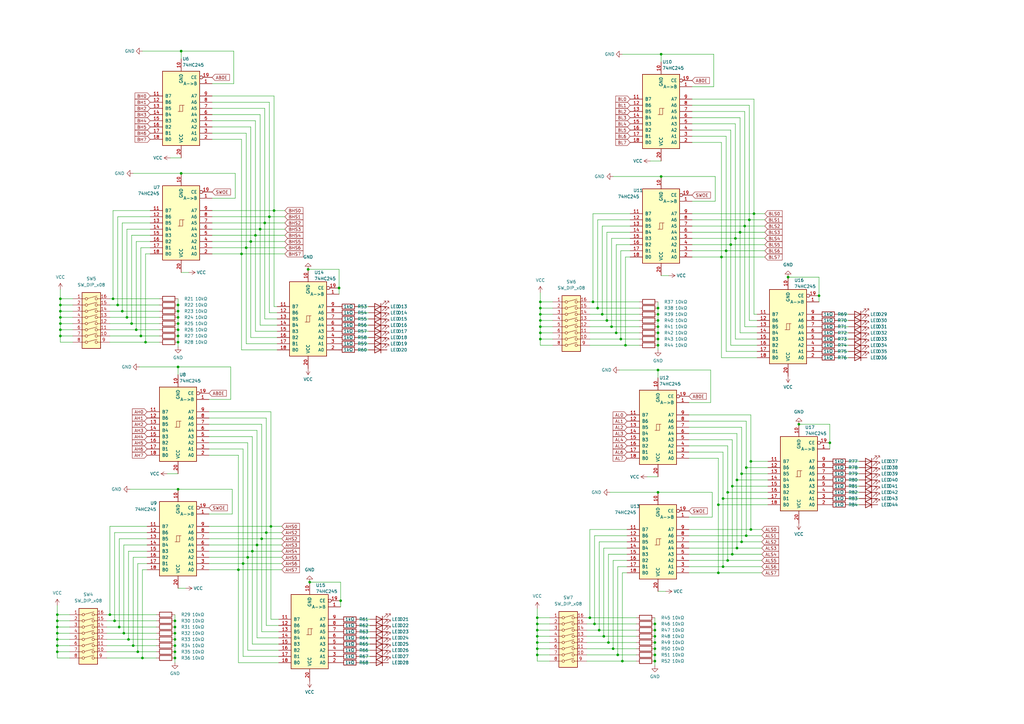
<source format=kicad_sch>
(kicad_sch (version 20211123) (generator eeschema)
  (paper "A3")
  (junction (at 53.975 132.715))
  (junction (at 127 238.76))
  (junction (at 57.785 137.795))
  (junction (at 105.41 223.52))
  (junction (at 296.545 204.47))
  (junction (at 251.46 266.065))
  (junction (at 23.495 264.795))
  (junction (at 71.755 262.255))
  (junction (at 71.755 269.875))
  (junction (at 268.605 268.605))
  (junction (at 55.88 135.255))
  (junction (at 221.615 123.825))
  (junction (at 71.755 259.715))
  (junction (at 294.64 207.01))
  (junction (at 302.26 224.79))
  (junction (at 107.315 220.98))
  (junction (at 23.495 262.255))
  (junction (at 294.64 234.95))
  (junction (at 220.345 258.445))
  (junction (at 307.34 90.17))
  (junction (at 74.295 20.955))
  (junction (at 323.215 113.665))
  (junction (at 139.065 118.11))
  (junction (at 268.605 260.985))
  (junction (at 46.99 254.635))
  (junction (at 269.875 151.765))
  (junction (at 256.54 141.605))
  (junction (at 268.605 266.065))
  (junction (at 71.755 264.795))
  (junction (at 296.545 232.41))
  (junction (at 24.765 132.715))
  (junction (at 254.635 139.065))
  (junction (at 101.6 228.6))
  (junction (at 247.015 128.905))
  (junction (at 340.36 181.61))
  (junction (at 58.42 269.875))
  (junction (at 73.025 150.495))
  (junction (at 249.555 263.525))
  (junction (at 298.45 201.93))
  (junction (at 111.125 215.9))
  (junction (at 268.605 255.905))
  (junction (at 268.605 271.145))
  (junction (at 24.765 135.255))
  (junction (at 50.8 259.715))
  (junction (at 112.395 86.36))
  (junction (at 99.06 104.14))
  (junction (at 302.26 196.85))
  (junction (at 104.775 96.52))
  (junction (at 23.495 257.175))
  (junction (at 73.025 127.635))
  (junction (at 221.615 136.525))
  (junction (at 298.45 229.87))
  (junction (at 305.435 92.71))
  (junction (at 243.84 255.905))
  (junction (at 52.705 262.255))
  (junction (at 301.625 97.79))
  (junction (at 300.355 199.39))
  (junction (at 71.755 254.635))
  (junction (at 54.61 264.795))
  (junction (at 45.085 252.095))
  (junction (at 24.765 137.795))
  (junction (at 52.07 130.175))
  (junction (at 220.345 255.905))
  (junction (at 327.66 173.99))
  (junction (at 24.765 127.635))
  (junction (at 23.495 252.095))
  (junction (at 271.145 22.225))
  (junction (at 304.165 194.31))
  (junction (at 268.605 258.445))
  (junction (at 74.295 71.12))
  (junction (at 220.345 268.605))
  (junction (at 73.025 137.795))
  (junction (at 103.505 226.06))
  (junction (at 100.965 101.6))
  (junction (at 139.7 246.38))
  (junction (at 97.79 233.68))
  (junction (at 71.755 257.175))
  (junction (at 109.22 218.44))
  (junction (at 245.11 126.365))
  (junction (at 269.875 133.985))
  (junction (at 126.365 110.49))
  (junction (at 253.365 268.605))
  (junction (at 73.025 200.66))
  (junction (at 24.765 122.555))
  (junction (at 48.26 125.095))
  (junction (at 335.915 121.285))
  (junction (at 73.025 132.715))
  (junction (at 247.65 260.985))
  (junction (at 71.755 267.335))
  (junction (at 307.975 189.23))
  (junction (at 306.07 191.77))
  (junction (at 23.495 254.635))
  (junction (at 269.875 141.605))
  (junction (at 269.875 136.525))
  (junction (at 102.87 99.06))
  (junction (at 50.165 127.635))
  (junction (at 306.07 219.71))
  (junction (at 24.765 130.175))
  (junction (at 250.825 133.985))
  (junction (at 73.025 130.175))
  (junction (at 106.68 93.98))
  (junction (at 221.615 126.365))
  (junction (at 220.345 260.985))
  (junction (at 295.91 105.41))
  (junction (at 221.615 133.985))
  (junction (at 23.495 267.335))
  (junction (at 297.815 102.87))
  (junction (at 220.345 263.525))
  (junction (at 241.935 253.365))
  (junction (at 271.145 72.39))
  (junction (at 300.355 227.33))
  (junction (at 48.895 257.175))
  (junction (at 307.975 217.17))
  (junction (at 220.345 253.365))
  (junction (at 24.765 125.095))
  (junction (at 99.695 231.14))
  (junction (at 73.025 140.335))
  (junction (at 309.245 87.63))
  (junction (at 299.72 100.33))
  (junction (at 221.615 128.905))
  (junction (at 245.745 258.445))
  (junction (at 268.605 263.525))
  (junction (at 269.875 139.065))
  (junction (at 303.53 95.25))
  (junction (at 221.615 131.445))
  (junction (at 73.025 135.255))
  (junction (at 269.875 201.93))
  (junction (at 255.27 271.145))
  (junction (at 304.165 222.25))
  (junction (at 59.69 140.335))
  (junction (at 46.355 122.555))
  (junction (at 23.495 259.715))
  (junction (at 56.515 267.335))
  (junction (at 108.585 91.44))
  (junction (at 269.875 131.445))
  (junction (at 269.875 128.905))
  (junction (at 248.92 131.445))
  (junction (at 221.615 139.065))
  (junction (at 110.49 88.9))
  (junction (at 73.025 125.095))
  (junction (at 269.875 126.365))
  (junction (at 243.205 123.825))
  (junction (at 252.73 136.525))
  (junction (at 220.345 266.065))
  (wire (pts (xy 43.815 259.715) (xy 50.8 259.715)))
  (wire (pts (xy 282.575 180.34) (xy 300.355 180.34)))
  (wire (pts (xy 226.695 133.985) (xy 221.615 133.985)))
  (wire (pts (xy 60.325 223.52) (xy 50.8 223.52)))
  (wire (pts (xy 146.685 140.97) (xy 151.13 140.97)))
  (wire (pts (xy 46.99 254.635) (xy 64.135 254.635)))
  (wire (pts (xy 240.665 271.145) (xy 255.27 271.145)))
  (wire (pts (xy 85.725 168.91) (xy 111.125 168.91)))
  (wire (pts (xy 94.615 150.495) (xy 73.025 150.495)))
  (wire (pts (xy 69.85 64.77) (xy 74.295 64.77)))
  (wire (pts (xy 73.025 137.795) (xy 73.025 140.335)))
  (wire (pts (xy 56.515 231.14) (xy 56.515 267.335)))
  (wire (pts (xy 268.605 258.445) (xy 268.605 260.985)))
  (wire (pts (xy 258.445 97.79) (xy 250.825 97.79)))
  (wire (pts (xy 58.42 20.955) (xy 74.295 20.955)))
  (wire (pts (xy 347.98 194.31) (xy 352.425 194.31)))
  (wire (pts (xy 24.765 130.175) (xy 24.765 127.635)))
  (wire (pts (xy 23.495 262.255) (xy 23.495 259.715)))
  (wire (pts (xy 61.595 99.06) (xy 55.88 99.06)))
  (wire (pts (xy 104.775 49.53) (xy 104.775 96.52)))
  (wire (pts (xy 296.545 204.47) (xy 296.545 232.41)))
  (wire (pts (xy 241.935 133.985) (xy 250.825 133.985)))
  (wire (pts (xy 220.345 253.365) (xy 220.345 249.555)))
  (wire (pts (xy 43.815 257.175) (xy 48.895 257.175)))
  (wire (pts (xy 257.175 227.33) (xy 249.555 227.33)))
  (wire (pts (xy 71.755 254.635) (xy 71.755 257.175)))
  (wire (pts (xy 73.025 130.175) (xy 73.025 132.715)))
  (wire (pts (xy 85.725 223.52) (xy 105.41 223.52)))
  (wire (pts (xy 45.085 130.175) (xy 52.07 130.175)))
  (wire (pts (xy 99.06 143.51) (xy 99.06 104.14)))
  (wire (pts (xy 113.665 143.51) (xy 99.06 143.51)))
  (wire (pts (xy 45.085 252.095) (xy 64.135 252.095)))
  (wire (pts (xy 283.845 102.87) (xy 297.815 102.87)))
  (wire (pts (xy 221.615 141.605) (xy 221.615 139.065)))
  (wire (pts (xy 73.025 150.495) (xy 73.025 153.67)))
  (wire (pts (xy 86.995 96.52) (xy 104.775 96.52)))
  (wire (pts (xy 85.725 186.69) (xy 97.79 186.69)))
  (wire (pts (xy 111.125 168.91) (xy 111.125 215.9)))
  (wire (pts (xy 283.845 55.88) (xy 297.815 55.88)))
  (wire (pts (xy 268.605 263.525) (xy 268.605 266.065)))
  (wire (pts (xy 85.725 173.99) (xy 107.315 173.99)))
  (wire (pts (xy 298.45 201.93) (xy 314.96 201.93)))
  (wire (pts (xy 307.975 170.18) (xy 307.975 189.23)))
  (wire (pts (xy 240.665 253.365) (xy 241.935 253.365)))
  (wire (pts (xy 114.3 264.16) (xy 103.505 264.16)))
  (wire (pts (xy 312.42 217.17) (xy 307.975 217.17)))
  (wire (pts (xy 243.205 123.825) (xy 262.255 123.825)))
  (wire (pts (xy 312.42 227.33) (xy 300.355 227.33)))
  (wire (pts (xy 61.595 88.9) (xy 48.26 88.9)))
  (wire (pts (xy 240.665 258.445) (xy 245.745 258.445)))
  (wire (pts (xy 347.98 196.85) (xy 352.425 196.85)))
  (wire (pts (xy 116.84 96.52) (xy 104.775 96.52)))
  (wire (pts (xy 85.725 226.06) (xy 103.505 226.06)))
  (wire (pts (xy 45.085 122.555) (xy 46.355 122.555)))
  (wire (pts (xy 310.515 144.145) (xy 297.815 144.145)))
  (wire (pts (xy 292.735 22.225) (xy 271.145 22.225)))
  (wire (pts (xy 57.785 137.795) (xy 65.405 137.795)))
  (wire (pts (xy 294.64 207.01) (xy 314.96 207.01)))
  (wire (pts (xy 46.99 218.44) (xy 46.99 254.635)))
  (wire (pts (xy 221.615 136.525) (xy 221.615 133.985)))
  (wire (pts (xy 298.45 182.88) (xy 298.45 201.93)))
  (wire (pts (xy 103.505 264.16) (xy 103.505 226.06)))
  (wire (pts (xy 306.07 172.72) (xy 306.07 191.77)))
  (wire (pts (xy 343.535 141.605) (xy 347.98 141.605)))
  (wire (pts (xy 274.32 113.03) (xy 271.145 113.03)))
  (wire (pts (xy 304.165 194.31) (xy 304.165 222.25)))
  (wire (pts (xy 240.665 268.605) (xy 253.365 268.605)))
  (wire (pts (xy 103.505 179.07) (xy 103.505 226.06)))
  (wire (pts (xy 221.615 139.065) (xy 221.615 136.525)))
  (wire (pts (xy 225.425 266.065) (xy 220.345 266.065)))
  (wire (pts (xy 225.425 255.905) (xy 220.345 255.905)))
  (wire (pts (xy 24.765 125.095) (xy 24.765 122.555)))
  (wire (pts (xy 116.84 104.14) (xy 99.06 104.14)))
  (wire (pts (xy 221.615 133.985) (xy 221.615 131.445)))
  (wire (pts (xy 112.395 125.73) (xy 112.395 86.36)))
  (wire (pts (xy 146.685 128.27) (xy 151.13 128.27)))
  (wire (pts (xy 282.575 217.17) (xy 307.975 217.17)))
  (wire (pts (xy 71.755 271.78) (xy 71.755 269.875)))
  (wire (pts (xy 73.025 132.715) (xy 73.025 135.255)))
  (wire (pts (xy 53.975 96.52) (xy 53.975 132.715)))
  (wire (pts (xy 50.8 259.715) (xy 64.135 259.715)))
  (wire (pts (xy 304.165 175.26) (xy 304.165 194.31)))
  (wire (pts (xy 114.3 259.08) (xy 107.315 259.08)))
  (wire (pts (xy 29.845 125.095) (xy 24.765 125.095)))
  (wire (pts (xy 221.615 123.825) (xy 221.615 120.015)))
  (wire (pts (xy 54.61 264.795) (xy 64.135 264.795)))
  (wire (pts (xy 23.495 267.335) (xy 23.495 264.795)))
  (wire (pts (xy 302.26 196.85) (xy 302.26 224.79)))
  (wire (pts (xy 46.355 86.36) (xy 46.355 122.555)))
  (wire (pts (xy 257.175 222.25) (xy 245.745 222.25)))
  (wire (pts (xy 73.025 125.095) (xy 73.025 127.635)))
  (wire (pts (xy 283.845 48.26) (xy 303.53 48.26)))
  (wire (pts (xy 257.175 229.87) (xy 251.46 229.87)))
  (wire (pts (xy 282.575 224.79) (xy 302.26 224.79)))
  (wire (pts (xy 250.825 97.79) (xy 250.825 133.985)))
  (wire (pts (xy 99.695 269.24) (xy 99.695 231.14)))
  (wire (pts (xy 312.42 234.95) (xy 294.64 234.95)))
  (wire (pts (xy 74.295 20.955) (xy 74.295 24.13)))
  (wire (pts (xy 292.735 35.56) (xy 292.735 22.225)))
  (wire (pts (xy 113.665 135.89) (xy 104.775 135.89)))
  (wire (pts (xy 297.815 144.145) (xy 297.815 102.87)))
  (wire (pts (xy 61.595 86.36) (xy 46.355 86.36)))
  (wire (pts (xy 86.995 52.07) (xy 102.87 52.07)))
  (wire (pts (xy 343.535 133.985) (xy 347.98 133.985)))
  (wire (pts (xy 77.47 111.76) (xy 74.295 111.76)))
  (wire (pts (xy 109.22 171.45) (xy 109.22 218.44)))
  (wire (pts (xy 85.725 176.53) (xy 105.41 176.53)))
  (wire (pts (xy 106.68 46.99) (xy 106.68 93.98)))
  (wire (pts (xy 73.025 122.555) (xy 73.025 125.095)))
  (wire (pts (xy 29.845 140.335) (xy 24.765 140.335)))
  (wire (pts (xy 268.605 260.985) (xy 268.605 263.525)))
  (wire (pts (xy 61.595 91.44) (xy 50.165 91.44)))
  (wire (pts (xy 240.665 263.525) (xy 249.555 263.525)))
  (wire (pts (xy 86.995 41.91) (xy 110.49 41.91)))
  (wire (pts (xy 266.7 66.04) (xy 271.145 66.04)))
  (wire (pts (xy 85.725 231.14) (xy 99.695 231.14)))
  (wire (pts (xy 43.815 252.095) (xy 45.085 252.095)))
  (wire (pts (xy 257.175 219.71) (xy 243.84 219.71)))
  (wire (pts (xy 245.745 258.445) (xy 260.985 258.445)))
  (wire (pts (xy 312.42 229.87) (xy 298.45 229.87)))
  (wire (pts (xy 86.995 91.44) (xy 108.585 91.44)))
  (wire (pts (xy 113.665 140.97) (xy 100.965 140.97)))
  (wire (pts (xy 43.815 269.875) (xy 58.42 269.875)))
  (wire (pts (xy 68.58 194.31) (xy 73.025 194.31)))
  (wire (pts (xy 116.84 99.06) (xy 102.87 99.06)))
  (wire (pts (xy 226.695 139.065) (xy 221.615 139.065)))
  (wire (pts (xy 310.515 136.525) (xy 303.53 136.525)))
  (wire (pts (xy 268.605 266.065) (xy 268.605 268.605)))
  (wire (pts (xy 245.11 126.365) (xy 262.255 126.365)))
  (wire (pts (xy 53.34 200.66) (xy 73.025 200.66)))
  (wire (pts (xy 95.885 34.29) (xy 95.885 20.955)))
  (wire (pts (xy 113.665 138.43) (xy 102.87 138.43)))
  (wire (pts (xy 73.025 127.635) (xy 73.025 130.175)))
  (wire (pts (xy 97.79 233.68) (xy 85.725 233.68)))
  (wire (pts (xy 147.32 259.08) (xy 151.765 259.08)))
  (wire (pts (xy 258.445 92.71) (xy 247.015 92.71)))
  (wire (pts (xy 28.575 267.335) (xy 23.495 267.335)))
  (wire (pts (xy 54.61 71.12) (xy 74.295 71.12)))
  (wire (pts (xy 343.535 131.445) (xy 347.98 131.445)))
  (wire (pts (xy 251.46 266.065) (xy 260.985 266.065)))
  (wire (pts (xy 45.085 137.795) (xy 57.785 137.795)))
  (wire (pts (xy 226.695 128.905) (xy 221.615 128.905)))
  (wire (pts (xy 282.575 219.71) (xy 306.07 219.71)))
  (wire (pts (xy 105.41 261.62) (xy 105.41 223.52)))
  (wire (pts (xy 86.995 57.15) (xy 99.06 57.15)))
  (wire (pts (xy 291.465 151.765) (xy 269.875 151.765)))
  (wire (pts (xy 220.345 268.605) (xy 220.345 266.065)))
  (wire (pts (xy 29.845 137.795) (xy 24.765 137.795)))
  (wire (pts (xy 283.845 100.33) (xy 299.72 100.33)))
  (wire (pts (xy 310.515 139.065) (xy 301.625 139.065)))
  (wire (pts (xy 226.695 123.825) (xy 221.615 123.825)))
  (wire (pts (xy 115.57 228.6) (xy 101.6 228.6)))
  (wire (pts (xy 24.765 122.555) (xy 24.765 118.745)))
  (wire (pts (xy 28.575 254.635) (xy 23.495 254.635)))
  (wire (pts (xy 23.495 252.095) (xy 23.495 248.285)))
  (wire (pts (xy 254.635 102.87) (xy 254.635 139.065)))
  (wire (pts (xy 114.3 271.78) (xy 97.79 271.78)))
  (wire (pts (xy 258.445 90.17) (xy 245.11 90.17)))
  (wire (pts (xy 43.815 264.795) (xy 54.61 264.795)))
  (wire (pts (xy 114.3 254) (xy 111.125 254)))
  (wire (pts (xy 258.445 102.87) (xy 254.635 102.87)))
  (wire (pts (xy 343.535 128.905) (xy 347.98 128.905)))
  (wire (pts (xy 48.26 88.9) (xy 48.26 125.095)))
  (wire (pts (xy 335.915 113.665) (xy 335.915 121.285)))
  (wire (pts (xy 28.575 269.875) (xy 23.495 269.875)))
  (wire (pts (xy 310.515 133.985) (xy 305.435 133.985)))
  (wire (pts (xy 226.695 131.445) (xy 221.615 131.445)))
  (wire (pts (xy 60.325 215.9) (xy 45.085 215.9)))
  (wire (pts (xy 76.2 241.3) (xy 73.025 241.3)))
  (wire (pts (xy 110.49 128.27) (xy 110.49 88.9)))
  (wire (pts (xy 86.995 34.29) (xy 95.885 34.29)))
  (wire (pts (xy 225.425 258.445) (xy 220.345 258.445)))
  (wire (pts (xy 291.465 165.1) (xy 291.465 151.765)))
  (wire (pts (xy 85.725 184.15) (xy 99.695 184.15)))
  (wire (pts (xy 305.435 45.72) (xy 305.435 92.71)))
  (wire (pts (xy 101.6 181.61) (xy 101.6 228.6)))
  (wire (pts (xy 312.42 219.71) (xy 306.07 219.71)))
  (wire (pts (xy 307.975 189.23) (xy 307.975 217.17)))
  (wire (pts (xy 301.625 50.8) (xy 301.625 97.79)))
  (wire (pts (xy 95.885 20.955) (xy 74.295 20.955)))
  (wire (pts (xy 313.69 95.25) (xy 303.53 95.25)))
  (wire (pts (xy 113.665 133.35) (xy 106.68 133.35)))
  (wire (pts (xy 86.995 81.28) (xy 96.52 81.28)))
  (wire (pts (xy 52.07 93.98) (xy 52.07 130.175)))
  (wire (pts (xy 107.315 173.99) (xy 107.315 220.98)))
  (wire (pts (xy 220.345 260.985) (xy 220.345 258.445)))
  (wire (pts (xy 86.995 39.37) (xy 112.395 39.37)))
  (wire (pts (xy 45.085 215.9) (xy 45.085 252.095)))
  (wire (pts (xy 310.515 146.685) (xy 295.91 146.685)))
  (wire (pts (xy 71.755 267.335) (xy 71.755 269.875)))
  (wire (pts (xy 61.595 101.6) (xy 57.785 101.6)))
  (wire (pts (xy 294.64 207.01) (xy 294.64 234.95)))
  (wire (pts (xy 241.935 139.065) (xy 254.635 139.065)))
  (wire (pts (xy 283.845 58.42) (xy 295.91 58.42)))
  (wire (pts (xy 258.445 100.33) (xy 252.73 100.33)))
  (wire (pts (xy 85.725 171.45) (xy 109.22 171.45)))
  (wire (pts (xy 50.8 223.52) (xy 50.8 259.715)))
  (wire (pts (xy 220.345 266.065) (xy 220.345 263.525)))
  (wire (pts (xy 147.32 271.78) (xy 151.765 271.78)))
  (wire (pts (xy 313.69 87.63) (xy 309.245 87.63)))
  (wire (pts (xy 52.705 262.255) (xy 64.135 262.255)))
  (wire (pts (xy 271.145 22.225) (xy 271.145 25.4)))
  (wire (pts (xy 146.685 143.51) (xy 151.13 143.51)))
  (wire (pts (xy 240.665 255.905) (xy 243.84 255.905)))
  (wire (pts (xy 283.845 92.71) (xy 305.435 92.71)))
  (wire (pts (xy 312.42 224.79) (xy 302.26 224.79)))
  (wire (pts (xy 309.245 128.905) (xy 309.245 87.63)))
  (wire (pts (xy 313.69 90.17) (xy 307.34 90.17)))
  (wire (pts (xy 307.34 43.18) (xy 307.34 90.17)))
  (wire (pts (xy 146.685 133.35) (xy 151.13 133.35)))
  (wire (pts (xy 253.365 268.605) (xy 260.985 268.605)))
  (wire (pts (xy 245.745 222.25) (xy 245.745 258.445)))
  (wire (pts (xy 86.995 49.53) (xy 104.775 49.53)))
  (wire (pts (xy 268.605 253.365) (xy 268.605 255.905)))
  (wire (pts (xy 241.935 128.905) (xy 247.015 128.905)))
  (wire (pts (xy 105.41 176.53) (xy 105.41 223.52)))
  (wire (pts (xy 257.175 224.79) (xy 247.65 224.79)))
  (wire (pts (xy 45.085 135.255) (xy 55.88 135.255)))
  (wire (pts (xy 252.73 100.33) (xy 252.73 136.525)))
  (wire (pts (xy 313.69 92.71) (xy 305.435 92.71)))
  (wire (pts (xy 113.665 128.27) (xy 110.49 128.27)))
  (wire (pts (xy 340.36 181.61) (xy 340.36 184.15)))
  (wire (pts (xy 292.1 212.09) (xy 292.1 201.93)))
  (wire (pts (xy 139.7 246.38) (xy 139.7 248.92)))
  (wire (pts (xy 139.065 118.11) (xy 139.065 120.65)))
  (wire (pts (xy 283.845 53.34) (xy 299.72 53.34)))
  (wire (pts (xy 283.845 40.64) (xy 309.245 40.64)))
  (wire (pts (xy 283.845 45.72) (xy 305.435 45.72)))
  (wire (pts (xy 312.42 222.25) (xy 304.165 222.25)))
  (wire (pts (xy 43.815 262.255) (xy 52.705 262.255)))
  (wire (pts (xy 86.995 93.98) (xy 106.68 93.98)))
  (wire (pts (xy 59.69 140.335) (xy 65.405 140.335)))
  (wire (pts (xy 314.96 191.77) (xy 306.07 191.77)))
  (wire (pts (xy 343.535 139.065) (xy 347.98 139.065)))
  (wire (pts (xy 257.175 232.41) (xy 253.365 232.41)))
  (wire (pts (xy 269.875 139.065) (xy 269.875 141.605)))
  (wire (pts (xy 282.575 175.26) (xy 304.165 175.26)))
  (wire (pts (xy 29.845 130.175) (xy 24.765 130.175)))
  (wire (pts (xy 86.995 54.61) (xy 100.965 54.61)))
  (wire (pts (xy 249.555 263.525) (xy 260.985 263.525)))
  (wire (pts (xy 147.32 261.62) (xy 151.765 261.62)))
  (wire (pts (xy 258.445 87.63) (xy 243.205 87.63)))
  (wire (pts (xy 241.935 123.825) (xy 243.205 123.825)))
  (wire (pts (xy 115.57 220.98) (xy 107.315 220.98)))
  (wire (pts (xy 101.6 266.7) (xy 101.6 228.6)))
  (wire (pts (xy 115.57 218.44) (xy 109.22 218.44)))
  (wire (pts (xy 139.7 238.76) (xy 139.7 246.38)))
  (wire (pts (xy 221.615 128.905) (xy 221.615 126.365)))
  (wire (pts (xy 221.615 126.365) (xy 221.615 123.825)))
  (wire (pts (xy 111.125 254) (xy 111.125 215.9)))
  (wire (pts (xy 48.26 125.095) (xy 65.405 125.095)))
  (wire (pts (xy 45.085 127.635) (xy 50.165 127.635)))
  (wire (pts (xy 283.845 82.55) (xy 293.37 82.55)))
  (wire (pts (xy 240.665 266.065) (xy 251.46 266.065)))
  (wire (pts (xy 116.84 91.44) (xy 108.585 91.44)))
  (wire (pts (xy 23.495 259.715) (xy 23.495 257.175)))
  (wire (pts (xy 253.365 232.41) (xy 253.365 268.605)))
  (wire (pts (xy 116.84 88.9) (xy 110.49 88.9)))
  (wire (pts (xy 104.775 135.89) (xy 104.775 96.52)))
  (wire (pts (xy 102.87 138.43) (xy 102.87 99.06)))
  (wire (pts (xy 294.64 234.95) (xy 282.575 234.95)))
  (wire (pts (xy 114.3 256.54) (xy 109.22 256.54)))
  (wire (pts (xy 60.325 231.14) (xy 56.515 231.14)))
  (wire (pts (xy 283.845 87.63) (xy 309.245 87.63)))
  (wire (pts (xy 313.69 105.41) (xy 295.91 105.41)))
  (wire (pts (xy 59.69 104.14) (xy 59.69 140.335)))
  (wire (pts (xy 226.695 126.365) (xy 221.615 126.365)))
  (wire (pts (xy 283.845 43.18) (xy 307.34 43.18)))
  (wire (pts (xy 115.57 226.06) (xy 103.505 226.06)))
  (wire (pts (xy 243.84 219.71) (xy 243.84 255.905)))
  (wire (pts (xy 335.915 121.285) (xy 335.915 123.825)))
  (wire (pts (xy 115.57 231.14) (xy 99.695 231.14)))
  (wire (pts (xy 28.575 257.175) (xy 23.495 257.175)))
  (wire (pts (xy 225.425 268.605) (xy 220.345 268.605)))
  (wire (pts (xy 254 151.765) (xy 269.875 151.765)))
  (wire (pts (xy 147.32 254) (xy 151.765 254)))
  (wire (pts (xy 55.88 99.06) (xy 55.88 135.255)))
  (wire (pts (xy 255.27 234.95) (xy 255.27 271.145)))
  (wire (pts (xy 340.36 173.99) (xy 340.36 181.61)))
  (wire (pts (xy 73.025 200.66) (xy 95.25 200.66)))
  (wire (pts (xy 102.87 52.07) (xy 102.87 99.06)))
  (wire (pts (xy 57.785 101.6) (xy 57.785 137.795)))
  (wire (pts (xy 268.605 273.05) (xy 268.605 271.145)))
  (wire (pts (xy 307.34 131.445) (xy 307.34 90.17)))
  (wire (pts (xy 269.875 136.525) (xy 269.875 139.065)))
  (wire (pts (xy 256.54 105.41) (xy 258.445 105.41)))
  (wire (pts (xy 71.755 262.255) (xy 71.755 264.795)))
  (wire (pts (xy 110.49 41.91) (xy 110.49 88.9)))
  (wire (pts (xy 251.46 229.87) (xy 251.46 266.065)))
  (wire (pts (xy 220.345 263.525) (xy 220.345 260.985)))
  (wire (pts (xy 300.355 199.39) (xy 300.355 227.33)))
  (wire (pts (xy 243.84 255.905) (xy 260.985 255.905)))
  (wire (pts (xy 85.725 179.07) (xy 103.505 179.07)))
  (wire (pts (xy 54.61 228.6) (xy 54.61 264.795)))
  (wire (pts (xy 86.995 44.45) (xy 108.585 44.45)))
  (wire (pts (xy 282.575 185.42) (xy 296.545 185.42)))
  (wire (pts (xy 114.3 269.24) (xy 99.695 269.24)))
  (wire (pts (xy 295.91 105.41) (xy 283.845 105.41)))
  (wire (pts (xy 241.935 253.365) (xy 260.985 253.365)))
  (wire (pts (xy 52.07 130.175) (xy 65.405 130.175)))
  (wire (pts (xy 73.025 135.255) (xy 73.025 137.795)))
  (wire (pts (xy 282.575 212.09) (xy 292.1 212.09)))
  (wire (pts (xy 60.325 228.6) (xy 54.61 228.6)))
  (wire (pts (xy 273.05 242.57) (xy 269.875 242.57)))
  (wire (pts (xy 106.68 133.35) (xy 106.68 93.98)))
  (wire (pts (xy 247.015 92.71) (xy 247.015 128.905)))
  (wire (pts (xy 283.845 95.25) (xy 303.53 95.25)))
  (wire (pts (xy 220.345 258.445) (xy 220.345 255.905)))
  (wire (pts (xy 283.845 90.17) (xy 307.34 90.17)))
  (wire (pts (xy 147.32 264.16) (xy 151.765 264.16)))
  (wire (pts (xy 347.98 201.93) (xy 352.425 201.93)))
  (wire (pts (xy 24.765 140.335) (xy 24.765 137.795)))
  (wire (pts (xy 296.545 185.42) (xy 296.545 204.47)))
  (wire (pts (xy 247.65 260.985) (xy 260.985 260.985)))
  (wire (pts (xy 251.46 72.39) (xy 271.145 72.39)))
  (wire (pts (xy 269.875 128.905) (xy 269.875 131.445)))
  (wire (pts (xy 74.295 71.12) (xy 96.52 71.12)))
  (wire (pts (xy 53.975 132.715) (xy 65.405 132.715)))
  (wire (pts (xy 57.15 150.495) (xy 73.025 150.495)))
  (wire (pts (xy 310.515 141.605) (xy 299.72 141.605)))
  (wire (pts (xy 241.935 126.365) (xy 245.11 126.365)))
  (wire (pts (xy 313.69 102.87) (xy 297.815 102.87)))
  (wire (pts (xy 71.755 259.715) (xy 71.755 262.255)))
  (wire (pts (xy 283.845 97.79) (xy 301.625 97.79)))
  (wire (pts (xy 28.575 262.255) (xy 23.495 262.255)))
  (wire (pts (xy 107.315 259.08) (xy 107.315 220.98)))
  (wire (pts (xy 282.575 170.18) (xy 307.975 170.18)))
  (wire (pts (xy 252.73 136.525) (xy 262.255 136.525)))
  (wire (pts (xy 301.625 139.065) (xy 301.625 97.79)))
  (wire (pts (xy 96.52 81.28) (xy 96.52 71.12)))
  (wire (pts (xy 85.725 163.83) (xy 94.615 163.83)))
  (wire (pts (xy 226.695 141.605) (xy 221.615 141.605)))
  (wire (pts (xy 99.06 104.14) (xy 86.995 104.14)))
  (wire (pts (xy 347.98 207.01) (xy 352.425 207.01)))
  (wire (pts (xy 250.825 133.985) (xy 262.255 133.985)))
  (wire (pts (xy 269.875 201.93) (xy 292.1 201.93)))
  (wire (pts (xy 248.92 95.25) (xy 248.92 131.445)))
  (wire (pts (xy 347.98 204.47) (xy 352.425 204.47)))
  (wire (pts (xy 255.27 22.225) (xy 271.145 22.225)))
  (wire (pts (xy 29.845 127.635) (xy 24.765 127.635)))
  (wire (pts (xy 303.53 48.26) (xy 303.53 95.25)))
  (wire (pts (xy 265.43 195.58) (xy 269.875 195.58)))
  (wire (pts (xy 94.615 163.83) (xy 94.615 150.495)))
  (wire (pts (xy 85.725 210.82) (xy 95.25 210.82)))
  (wire (pts (xy 24.765 135.255) (xy 24.765 132.715)))
  (wire (pts (xy 269.875 143.51) (xy 269.875 141.605)))
  (wire (pts (xy 347.98 189.23) (xy 352.425 189.23)))
  (wire (pts (xy 282.575 165.1) (xy 291.465 165.1)))
  (wire (pts (xy 258.445 95.25) (xy 248.92 95.25)))
  (wire (pts (xy 99.695 184.15) (xy 99.695 231.14)))
  (wire (pts (xy 254.635 139.065) (xy 262.255 139.065)))
  (wire (pts (xy 269.875 151.765) (xy 269.875 154.94)))
  (wire (pts (xy 343.535 146.685) (xy 347.98 146.685)))
  (wire (pts (xy 247.015 128.905) (xy 262.255 128.905)))
  (wire (pts (xy 115.57 233.68) (xy 97.79 233.68)))
  (wire (pts (xy 60.325 220.98) (xy 48.895 220.98)))
  (wire (pts (xy 85.725 228.6) (xy 101.6 228.6)))
  (wire (pts (xy 86.995 101.6) (xy 100.965 101.6)))
  (wire (pts (xy 28.575 264.795) (xy 23.495 264.795)))
  (wire (pts (xy 269.875 126.365) (xy 269.875 128.905)))
  (wire (pts (xy 220.345 255.905) (xy 220.345 253.365)))
  (wire (pts (xy 296.545 204.47) (xy 314.96 204.47)))
  (wire (pts (xy 220.345 271.145) (xy 220.345 268.605)))
  (wire (pts (xy 240.665 260.985) (xy 247.65 260.985)))
  (wire (pts (xy 268.605 268.605) (xy 268.605 271.145)))
  (wire (pts (xy 147.32 269.24) (xy 151.765 269.24)))
  (wire (pts (xy 307.975 189.23) (xy 314.96 189.23)))
  (wire (pts (xy 294.64 187.96) (xy 294.64 207.01)))
  (wire (pts (xy 225.425 263.525) (xy 220.345 263.525)))
  (wire (pts (xy 108.585 44.45) (xy 108.585 91.44)))
  (wire (pts (xy 250.19 201.93) (xy 269.875 201.93)))
  (wire (pts (xy 225.425 253.365) (xy 220.345 253.365)))
  (wire (pts (xy 58.42 233.68) (xy 60.325 233.68)))
  (wire (pts (xy 298.45 201.93) (xy 298.45 229.87)))
  (wire (pts (xy 115.57 223.52) (xy 105.41 223.52)))
  (wire (pts (xy 86.995 46.99) (xy 106.68 46.99)))
  (wire (pts (xy 313.69 100.33) (xy 299.72 100.33)))
  (wire (pts (xy 343.535 136.525) (xy 347.98 136.525)))
  (wire (pts (xy 24.765 137.795) (xy 24.765 135.255)))
  (wire (pts (xy 306.07 191.77) (xy 306.07 219.71)))
  (wire (pts (xy 59.69 104.14) (xy 61.595 104.14)))
  (wire (pts (xy 56.515 267.335) (xy 64.135 267.335)))
  (wire (pts (xy 283.845 50.8) (xy 301.625 50.8)))
  (wire (pts (xy 347.98 191.77) (xy 352.425 191.77)))
  (wire (pts (xy 268.605 255.905) (xy 268.605 258.445)))
  (wire (pts (xy 86.995 88.9) (xy 110.49 88.9)))
  (wire (pts (xy 29.845 132.715) (xy 24.765 132.715)))
  (wire (pts (xy 247.65 224.79) (xy 247.65 260.985)))
  (wire (pts (xy 85.725 215.9) (xy 111.125 215.9)))
  (wire (pts (xy 50.165 91.44) (xy 50.165 127.635)))
  (wire (pts (xy 282.575 222.25) (xy 304.165 222.25)))
  (wire (pts (xy 309.245 40.64) (xy 309.245 87.63)))
  (wire (pts (xy 256.54 141.605) (xy 262.255 141.605)))
  (wire (pts (xy 146.685 130.81) (xy 151.13 130.81)))
  (wire (pts (xy 109.22 256.54) (xy 109.22 218.44)))
  (wire (pts (xy 147.32 266.7) (xy 151.765 266.7)))
  (wire (pts (xy 241.935 136.525) (xy 252.73 136.525)))
  (wire (pts (xy 282.575 182.88) (xy 298.45 182.88)))
  (wire (pts (xy 297.815 55.88) (xy 297.815 102.87)))
  (wire (pts (xy 28.575 259.715) (xy 23.495 259.715)))
  (wire (pts (xy 271.145 72.39) (xy 293.37 72.39)))
  (wire (pts (xy 86.995 86.36) (xy 112.395 86.36)))
  (wire (pts (xy 43.815 267.335) (xy 56.515 267.335)))
  (wire (pts (xy 226.695 136.525) (xy 221.615 136.525)))
  (wire (pts (xy 24.765 127.635) (xy 24.765 125.095)))
  (wire (pts (xy 43.815 254.635) (xy 46.99 254.635)))
  (wire (pts (xy 58.42 269.875) (xy 64.135 269.875)))
  (wire (pts (xy 97.79 186.69) (xy 97.79 233.68)))
  (wire (pts (xy 114.3 266.7) (xy 101.6 266.7)))
  (wire (pts (xy 85.725 220.98) (xy 107.315 220.98)))
  (wire (pts (xy 23.495 254.635) (xy 23.495 252.095)))
  (wire (pts (xy 116.84 93.98) (xy 106.68 93.98)))
  (wire (pts (xy 45.085 140.335) (xy 59.69 140.335)))
  (wire (pts (xy 23.495 264.795) (xy 23.495 262.255)))
  (wire (pts (xy 282.575 187.96) (xy 294.64 187.96)))
  (wire (pts (xy 147.32 256.54) (xy 151.765 256.54)))
  (wire (pts (xy 295.91 58.42) (xy 295.91 105.41)))
  (wire (pts (xy 23.495 257.175) (xy 23.495 254.635)))
  (wire (pts (xy 86.995 99.06) (xy 102.87 99.06)))
  (wire (pts (xy 116.84 101.6) (xy 100.965 101.6)))
  (wire (pts (xy 29.845 135.255) (xy 24.765 135.255)))
  (wire (pts (xy 71.755 252.095) (xy 71.755 254.635)))
  (wire (pts (xy 100.965 140.97) (xy 100.965 101.6)))
  (wire (pts (xy 323.215 113.665) (xy 335.915 113.665)))
  (wire (pts (xy 58.42 233.68) (xy 58.42 269.875)))
  (wire (pts (xy 126.365 110.49) (xy 139.065 110.49)))
  (wire (pts (xy 225.425 260.985) (xy 220.345 260.985)))
  (wire (pts (xy 114.3 261.62) (xy 105.41 261.62)))
  (wire (pts (xy 115.57 215.9) (xy 111.125 215.9)))
  (wire (pts (xy 347.98 199.39) (xy 352.425 199.39)))
  (wire (pts (xy 221.615 131.445) (xy 221.615 128.905)))
  (wire (pts (xy 343.535 144.145) (xy 347.98 144.145)))
  (wire (pts (xy 241.935 131.445) (xy 248.92 131.445)))
  (wire (pts (xy 71.755 257.175) (xy 71.755 259.715)))
  (wire (pts (xy 282.575 172.72) (xy 306.07 172.72)))
  (wire (pts (xy 269.875 131.445) (xy 269.875 133.985)))
  (wire (pts (xy 299.72 141.605) (xy 299.72 100.33)))
  (wire (pts (xy 269.875 123.825) (xy 269.875 126.365)))
  (wire (pts (xy 139.065 110.49) (xy 139.065 118.11)))
  (wire (pts (xy 282.575 177.8) (xy 302.26 177.8)))
  (wire (pts (xy 60.325 218.44) (xy 46.99 218.44)))
  (wire (pts (xy 310.515 128.905) (xy 309.245 128.905)))
  (wire (pts (xy 113.665 130.81) (xy 108.585 130.81)))
  (wire (pts (xy 28.575 252.095) (xy 23.495 252.095)))
  (wire (pts (xy 282.575 232.41) (xy 296.545 232.41)))
  (wire (pts (xy 300.355 199.39) (xy 314.96 199.39)))
  (wire (pts (xy 113.665 125.73) (xy 112.395 125.73)))
  (wire (pts (xy 48.895 220.98) (xy 48.895 257.175)))
  (wire (pts (xy 299.72 53.34) (xy 299.72 100.33)))
  (wire (pts (xy 327.66 173.99) (xy 340.36 173.99)))
  (wire (pts (xy 73.025 142.24) (xy 73.025 140.335)))
  (wire (pts (xy 146.685 125.73) (xy 151.13 125.73)))
  (wire (pts (xy 99.06 57.15) (xy 99.06 104.14)))
  (wire (pts (xy 293.37 82.55) (xy 293.37 72.39)))
  (wire (pts (xy 48.895 257.175) (xy 64.135 257.175)))
  (wire (pts (xy 60.325 226.06) (xy 52.705 226.06)))
  (wire (pts (xy 282.575 229.87) (xy 298.45 229.87)))
  (wire (pts (xy 23.495 269.875) (xy 23.495 267.335)))
  (wire (pts (xy 127 238.76) (xy 139.7 238.76)))
  (wire (pts (xy 97.79 271.78) (xy 97.79 233.68)))
  (wire (pts (xy 112.395 39.37) (xy 112.395 86.36)))
  (wire (pts (xy 249.555 227.33) (xy 249.555 263.525)))
  (wire (pts (xy 29.845 122.555) (xy 24.765 122.555)))
  (wire (pts (xy 241.935 217.17) (xy 241.935 253.365)))
  (wire (pts (xy 257.175 217.17) (xy 241.935 217.17)))
  (wire (pts (xy 312.42 232.41) (xy 296.545 232.41)))
  (wire (pts (xy 146.685 135.89) (xy 151.13 135.89)))
  (wire (pts (xy 85.725 218.44) (xy 109.22 218.44)))
  (wire (pts (xy 24.765 132.715) (xy 24.765 130.175)))
  (wire (pts (xy 256.54 105.41) (xy 256.54 141.605)))
  (wire (pts (xy 85.725 181.61) (xy 101.6 181.61)))
  (wire (pts (xy 46.355 122.555) (xy 65.405 122.555)))
  (wire (pts (xy 303.53 136.525) (xy 303.53 95.25)))
  (wire (pts (xy 305.435 133.985) (xy 305.435 92.71)))
  (wire (pts (xy 245.11 90.17) (xy 245.11 126.365)))
  (wire (pts (xy 255.27 234.95) (xy 257.175 234.95)))
  (wire (pts (xy 50.165 127.635) (xy 65.405 127.635)))
  (wire (pts (xy 248.92 131.445) (xy 262.255 131.445)))
  (wire (pts (xy 243.205 87.63) (xy 243.205 123.825)))
  (wire (pts (xy 52.705 226.06) (xy 52.705 262.255)))
  (wire (pts (xy 146.685 138.43) (xy 151.13 138.43)))
  (wire (pts (xy 300.355 180.34) (xy 300.355 199.39)))
  (wire (pts (xy 283.845 35.56) (xy 292.735 35.56)))
  (wire (pts (xy 304.165 194.31) (xy 314.96 194.31)))
  (wire (pts (xy 116.84 86.36) (xy 112.395 86.36)))
  (wire (pts (xy 108.585 130.81) (xy 108.585 91.44)))
  (wire (pts (xy 269.875 133.985) (xy 269.875 136.525)))
  (wire (pts (xy 302.26 196.85) (xy 314.96 196.85)))
  (wire (pts (xy 313.69 97.79) (xy 301.625 97.79)))
  (wire (pts (xy 100.965 54.61) (xy 100.965 101.6)))
  (wire (pts (xy 95.25 210.82) (xy 95.25 200.66)))
  (wire (pts (xy 61.595 93.98) (xy 52.07 93.98)))
  (wire (pts (xy 61.595 96.52) (xy 53.975 96.52)))
  (wire (pts (xy 45.085 125.095) (xy 48.26 125.095)))
  (wire (pts (xy 241.935 141.605) (xy 256.54 141.605)))
  (wire (pts (xy 255.27 271.145) (xy 260.985 271.145)))
  (wire (pts (xy 225.425 271.145) (xy 220.345 271.145)))
  (wire (pts (xy 71.755 264.795) (xy 71.755 267.335)))
  (wire (pts (xy 55.88 135.255) (xy 65.405 135.255)))
  (wire (pts (xy 302.26 177.8) (xy 302.26 196.85)))
  (wire (pts (xy 282.575 227.33) (xy 300.355 227.33)))
  (wire (pts (xy 310.515 131.445) (xy 307.34 131.445)))
  (wire (pts (xy 295.91 146.685) (xy 295.91 105.41)))
  (wire (pts (xy 45.085 132.715) (xy 53.975 132.715)))
  (global_label "AB0E" (shape input) (at 282.575 162.56 0) (property "Intersheet References" "${INTERSHEET_REFS}" (effects hide)))
  (global_label "SWOE" (shape input) (at 85.725 208.28 0) (property "Intersheet References" "${INTERSHEET_REFS}" (effects hide)))
  (global_label "BH2" (shape input) (at 61.595 44.45 180) (property "Intersheet References" "${INTERSHEET_REFS}" (effects hide)))
  (global_label "ALS1" (shape input) (at 312.42 219.71 0) (property "Intersheet References" "${INTERSHEET_REFS}" (effects hide)))
  (global_label "BH1" (shape input) (at 61.595 41.91 180) (property "Intersheet References" "${INTERSHEET_REFS}" (effects hide)))
  (global_label "AHS2" (shape input) (at 115.57 220.98 0) (property "Intersheet References" "${INTERSHEET_REFS}" (effects hide)))
  (global_label "AL0" (shape input) (at 257.175 170.18 180) (property "Intersheet References" "${INTERSHEET_REFS}" (effects hide)))
  (global_label "ALS0" (shape input) (at 312.42 217.17 0) (property "Intersheet References" "${INTERSHEET_REFS}" (effects hide)))
  (global_label "AH2" (shape input) (at 60.325 173.99 180) (property "Intersheet References" "${INTERSHEET_REFS}" (effects hide)))
  (global_label "BHS4" (shape input) (at 116.84 96.52 0) (property "Intersheet References" "${INTERSHEET_REFS}" (effects hide)))
  (global_label "AB0E" (shape input) (at 86.995 31.75 0) (property "Intersheet References" "${INTERSHEET_REFS}" (effects hide)))
  (global_label "BH7" (shape input) (at 61.595 57.15 180) (property "Intersheet References" "${INTERSHEET_REFS}" (effects hide)))
  (global_label "BH3" (shape input) (at 61.595 46.99 180) (property "Intersheet References" "${INTERSHEET_REFS}" (effects hide)))
  (global_label "ALS7" (shape input) (at 312.42 234.95 0) (property "Intersheet References" "${INTERSHEET_REFS}" (effects hide)))
  (global_label "BH5" (shape input) (at 61.595 52.07 180) (property "Intersheet References" "${INTERSHEET_REFS}" (effects hide)))
  (global_label "BLS3" (shape input) (at 313.69 95.25 0) (property "Intersheet References" "${INTERSHEET_REFS}" (effects hide)))
  (global_label "BH0" (shape input) (at 61.595 39.37 180) (property "Intersheet References" "${INTERSHEET_REFS}" (effects hide)))
  (global_label "SWOE" (shape input) (at 283.845 80.01 0) (property "Intersheet References" "${INTERSHEET_REFS}" (effects hide)))
  (global_label "AH3" (shape input) (at 60.325 176.53 180) (property "Intersheet References" "${INTERSHEET_REFS}" (effects hide)))
  (global_label "SWOE" (shape input) (at 282.575 209.55 0) (property "Intersheet References" "${INTERSHEET_REFS}" (effects hide)))
  (global_label "BHS0" (shape input) (at 116.84 86.36 0) (property "Intersheet References" "${INTERSHEET_REFS}" (effects hide)))
  (global_label "AL7" (shape input) (at 257.175 187.96 180) (property "Intersheet References" "${INTERSHEET_REFS}" (effects hide)))
  (global_label "AL5" (shape input) (at 257.175 182.88 180) (property "Intersheet References" "${INTERSHEET_REFS}" (effects hide)))
  (global_label "AB0E" (shape input) (at 85.725 161.29 0) (property "Intersheet References" "${INTERSHEET_REFS}" (effects hide)))
  (global_label "AHS0" (shape input) (at 115.57 215.9 0) (property "Intersheet References" "${INTERSHEET_REFS}" (effects hide)))
  (global_label "AHS6" (shape input) (at 115.57 231.14 0) (property "Intersheet References" "${INTERSHEET_REFS}" (effects hide)))
  (global_label "AH0" (shape input) (at 60.325 168.91 180) (property "Intersheet References" "${INTERSHEET_REFS}" (effects hide)))
  (global_label "BH6" (shape input) (at 61.595 54.61 180) (property "Intersheet References" "${INTERSHEET_REFS}" (effects hide)))
  (global_label "BHS2" (shape input) (at 116.84 91.44 0) (property "Intersheet References" "${INTERSHEET_REFS}" (effects hide)))
  (global_label "AHS3" (shape input) (at 115.57 223.52 0) (property "Intersheet References" "${INTERSHEET_REFS}" (effects hide)))
  (global_label "AL6" (shape input) (at 257.175 185.42 180) (property "Intersheet References" "${INTERSHEET_REFS}" (effects hide)))
  (global_label "BHS3" (shape input) (at 116.84 93.98 0) (property "Intersheet References" "${INTERSHEET_REFS}" (effects hide)))
  (global_label "AL1" (shape input) (at 257.175 172.72 180) (property "Intersheet References" "${INTERSHEET_REFS}" (effects hide)))
  (global_label "BLS6" (shape input) (at 313.69 102.87 0) (property "Intersheet References" "${INTERSHEET_REFS}" (effects hide)))
  (global_label "AL2" (shape input) (at 257.175 175.26 180) (property "Intersheet References" "${INTERSHEET_REFS}" (effects hide)))
  (global_label "BLS2" (shape input) (at 313.69 92.71 0) (property "Intersheet References" "${INTERSHEET_REFS}" (effects hide)))
  (global_label "BLS7" (shape input) (at 313.69 105.41 0) (property "Intersheet References" "${INTERSHEET_REFS}" (effects hide)))
  (global_label "ALS6" (shape input) (at 312.42 232.41 0) (property "Intersheet References" "${INTERSHEET_REFS}" (effects hide)))
  (global_label "AL3" (shape input) (at 257.175 177.8 180) (property "Intersheet References" "${INTERSHEET_REFS}" (effects hide)))
  (global_label "AL4" (shape input) (at 257.175 180.34 180) (property "Intersheet References" "${INTERSHEET_REFS}" (effects hide)))
  (global_label "BL0" (shape input) (at 258.445 40.64 180) (property "Intersheet References" "${INTERSHEET_REFS}" (effects hide)))
  (global_label "SWOE" (shape input) (at 86.995 78.74 0) (property "Intersheet References" "${INTERSHEET_REFS}" (effects hide)))
  (global_label "AHS5" (shape input) (at 115.57 228.6 0) (property "Intersheet References" "${INTERSHEET_REFS}" (effects hide)))
  (global_label "ALS5" (shape input) (at 312.42 229.87 0) (property "Intersheet References" "${INTERSHEET_REFS}" (effects hide)))
  (global_label "BHS7" (shape input) (at 116.84 104.14 0) (property "Intersheet References" "${INTERSHEET_REFS}" (effects hide)))
  (global_label "BL3" (shape input) (at 258.445 48.26 180) (property "Intersheet References" "${INTERSHEET_REFS}" (effects hide)))
  (global_label "ALS2" (shape input) (at 312.42 222.25 0) (property "Intersheet References" "${INTERSHEET_REFS}" (effects hide)))
  (global_label "AB0E" (shape input) (at 283.845 33.02 0) (property "Intersheet References" "${INTERSHEET_REFS}" (effects hide)))
  (global_label "BHS6" (shape input) (at 116.84 101.6 0) (property "Intersheet References" "${INTERSHEET_REFS}" (effects hide)))
  (global_label "BLS5" (shape input) (at 313.69 100.33 0) (property "Intersheet References" "${INTERSHEET_REFS}" (effects hide)))
  (global_label "ALS3" (shape input) (at 312.42 224.79 0) (property "Intersheet References" "${INTERSHEET_REFS}" (effects hide)))
  (global_label "BL5" (shape input) (at 258.445 53.34 180) (property "Intersheet References" "${INTERSHEET_REFS}" (effects hide)))
  (global_label "BL7" (shape input) (at 258.445 58.42 180) (property "Intersheet References" "${INTERSHEET_REFS}" (effects hide)))
  (global_label "BLS0" (shape input) (at 313.69 87.63 0) (property "Intersheet References" "${INTERSHEET_REFS}" (effects hide)))
  (global_label "BL6" (shape input) (at 258.445 55.88 180) (property "Intersheet References" "${INTERSHEET_REFS}" (effects hide)))
  (global_label "AHS2" (shape input) (at 115.57 218.44 0) (property "Intersheet References" "${INTERSHEET_REFS}" (effects hide)))
  (global_label "AHS7" (shape input) (at 115.57 233.68 0) (property "Intersheet References" "${INTERSHEET_REFS}" (effects hide)))
  (global_label "AH4" (shape input) (at 60.325 179.07 180) (property "Intersheet References" "${INTERSHEET_REFS}" (effects hide)))
  (global_label "AH1" (shape input) (at 60.325 171.45 180) (property "Intersheet References" "${INTERSHEET_REFS}" (effects hide)))
  (global_label "AH5" (shape input) (at 60.325 181.61 180) (property "Intersheet References" "${INTERSHEET_REFS}" (effects hide)))
  (global_label "BL1" (shape input) (at 258.445 43.18 180) (property "Intersheet References" "${INTERSHEET_REFS}" (effects hide)))
  (global_label "BLS4" (shape input) (at 313.69 97.79 0) (property "Intersheet References" "${INTERSHEET_REFS}" (effects hide)))
  (global_label "BLS1" (shape input) (at 313.69 90.17 0) (property "Intersheet References" "${INTERSHEET_REFS}" (effects hide)))
  (global_label "AHS4" (shape input) (at 115.57 226.06 0) (property "Intersheet References" "${INTERSHEET_REFS}" (effects hide)))
  (global_label "BHS1" (shape input) (at 116.84 88.9 0) (property "Intersheet References" "${INTERSHEET_REFS}" (effects hide)))
  (global_label "BL4" (shape input) (at 258.445 50.8 180) (property "Intersheet References" "${INTERSHEET_REFS}" (effects hide)))
  (global_label "BL2" (shape input) (at 258.445 45.72 180) (property "Intersheet References" "${INTERSHEET_REFS}" (effects hide)))
  (global_label "AH7" (shape input) (at 60.325 186.69 180) (property "Intersheet References" "${INTERSHEET_REFS}" (effects hide)))
  (global_label "ALS4" (shape input) (at 312.42 227.33 0) (property "Intersheet References" "${INTERSHEET_REFS}" (effects hide)))
  (global_label "BH4" (shape input) (at 61.595 49.53 180) (property "Intersheet References" "${INTERSHEET_REFS}" (effects hide)))
  (global_label "AH6" (shape input) (at 60.325 184.15 180) (property "Intersheet References" "${INTERSHEET_REFS}" (effects hide)))
  (global_label "BHS5" (shape input) (at 116.84 99.06 0) (property "Intersheet References" "${INTERSHEET_REFS}" (effects hide)))
  (symbol (lib_id "Device:LED") (at 356.235 191.77 180) (unit 1)
    (property "Reference" "D38" (at 366.395 191.77 0))
    (property "Value" "LED" (at 363.22 191.77 0))
    (property "Footprint" "LED_THT:LED_D5.0mm" (effects hide))
  )
  (symbol (lib_id "Switch:SW_DIP_x08") (at 233.045 263.525 0) (unit 1)
    (property "Reference" "SW7" (at 233.045 245.11 0))
    (property "Value" "SW_DIP_x08" (at 233.045 247.65 0))
    (property "Footprint" "Button_Switch_THT:SW_DIP_SPSTx08_Slide_9.78x22.5mm_W7.62mm_P2.54mm" (effects hide))
  )
  (symbol (lib_id "Device:LED") (at 351.79 128.905 180) (unit 1)
    (property "Reference" "D29" (at 361.95 128.905 0))
    (property "Value" "LED" (at 358.775 128.905 0))
    (property "Footprint" "LED_THT:LED_D5.0mm" (effects hide))
  )
  (symbol (lib_id "Device:R") (at 339.725 131.445 270) (unit 1)
    (property "Reference" "R70" (at 345.44 131.445 90))
    (property "Value" "1kΩ" (at 339.725 131.445 90))
    (property "Footprint" "Resistor_THT:R_Axial_DIN0207_L6.3mm_D2.5mm_P7.62mm_Horizontal" (effects hide))
  )
  (symbol (lib_id "Device:R") (at 344.17 194.31 270) (unit 1)
    (property "Reference" "R79" (at 349.885 194.31 90))
    (property "Value" "1kΩ" (at 344.17 194.31 90))
    (property "Footprint" "Resistor_THT:R_Axial_DIN0207_L6.3mm_D2.5mm_P7.62mm_Horizontal" (effects hide))
  )
  (symbol (lib_id "power:VCC") (at 126.365 151.13 180) (unit 1)
    (property "Reference" "#PWR0182" (effects hide))
    (property "Value" "VCC" (at 126.365 155.575 0))
  )
  (symbol (lib_id "Device:R") (at 264.795 260.985 90) (mirror x) (unit 1)
    (property "Reference" "R48" (at 273.05 260.985 90))
    (property "Value" "10kΩ" (at 278.13 260.985 90))
    (property "Footprint" "Resistor_THT:R_Axial_DIN0207_L6.3mm_D2.5mm_P7.62mm_Horizontal" (effects hide))
  )
  (symbol (lib_id "Device:R") (at 143.51 269.24 270) (unit 1)
    (property "Reference" "R67" (at 149.225 269.24 90))
    (property "Value" "1kΩ" (at 143.51 269.24 90))
    (property "Footprint" "Resistor_THT:R_Axial_DIN0207_L6.3mm_D2.5mm_P7.62mm_Horizontal" (effects hide))
  )
  (symbol (lib_id "Device:LED") (at 154.94 125.73 180) (unit 1)
    (property "Reference" "D13" (at 165.1 125.73 0))
    (property "Value" "LED" (at 161.925 125.73 0))
    (property "Footprint" "LED_THT:LED_D5.0mm" (effects hide))
  )
  (symbol (lib_id "Device:LED") (at 351.79 131.445 180) (unit 1)
    (property "Reference" "D30" (at 361.95 131.445 0))
    (property "Value" "LED" (at 358.775 131.445 0))
    (property "Footprint" "LED_THT:LED_D5.0mm" (effects hide))
  )
  (symbol (lib_id "Device:R") (at 264.795 271.145 90) (mirror x) (unit 1)
    (property "Reference" "R52" (at 273.05 271.145 90))
    (property "Value" "10kΩ" (at 278.13 271.145 90))
    (property "Footprint" "Resistor_THT:R_Axial_DIN0207_L6.3mm_D2.5mm_P7.62mm_Horizontal" (effects hide))
  )
  (symbol (lib_id "Device:R") (at 143.51 259.08 270) (unit 1)
    (property "Reference" "R63" (at 149.225 259.08 90))
    (property "Value" "1kΩ" (at 143.51 259.08 90))
    (property "Footprint" "Resistor_THT:R_Axial_DIN0207_L6.3mm_D2.5mm_P7.62mm_Horizontal" (effects hide))
  )
  (symbol (lib_id "74xx:74HC245") (at 269.875 175.26 180) (unit 1)
    (property "Reference" "U12" (at 270.3956 154.94 0) (effects (justify right)))
    (property "Value" "74HC245" (at 270.3956 157.48 0) (effects (justify right)))
    (property "Footprint" "Package_DIP:DIP-20_W7.62mm_Socket" (effects hide))
    (property "Datasheet" "http://www.ti.com/lit/gpn/sn74HC245" (effects hide))
  )
  (symbol (lib_id "Device:R") (at 344.17 196.85 270) (unit 1)
    (property "Reference" "R80" (at 349.885 196.85 90))
    (property "Value" "1kΩ" (at 344.17 196.85 90))
    (property "Footprint" "Resistor_THT:R_Axial_DIN0207_L6.3mm_D2.5mm_P7.62mm_Horizontal" (effects hide))
  )
  (symbol (lib_id "Device:R") (at 339.725 133.985 270) (unit 1)
    (property "Reference" "R71" (at 345.44 133.985 90))
    (property "Value" "1kΩ" (at 339.725 133.985 90))
    (property "Footprint" "Resistor_THT:R_Axial_DIN0207_L6.3mm_D2.5mm_P7.62mm_Horizontal" (effects hide))
  )
  (symbol (lib_id "power:GND") (at 127 238.76 180) (unit 1)
    (property "Reference" "#PWR0180" (effects hide))
    (property "Value" "GND" (at 127 233.68 0))
  )
  (symbol (lib_id "Device:R") (at 69.215 125.095 90) (mirror x) (unit 1)
    (property "Reference" "R22" (at 77.47 125.095 90))
    (property "Value" "10kΩ" (at 82.55 125.095 90))
    (property "Footprint" "Resistor_THT:R_Axial_DIN0207_L6.3mm_D2.5mm_P7.62mm_Horizontal" (effects hide))
  )
  (symbol (lib_id "power:VCC") (at 68.58 194.31 90) (unit 1)
    (property "Reference" "#PWR0161" (effects hide))
    (property "Value" "VCC" (at 65.405 194.3099 90) (effects (justify left)))
  )
  (symbol (lib_id "power:VCC") (at 127 279.4 180) (unit 1)
    (property "Reference" "#PWR0181" (effects hide))
    (property "Value" "VCC" (at 127 283.845 0))
  )
  (symbol (lib_id "power:GND") (at 58.42 20.955 270) (unit 1)
    (property "Reference" "#PWR0157" (effects hide))
    (property "Value" "GND" (at 55.245 20.9549 90) (effects (justify right)))
  )
  (symbol (lib_id "Device:LED") (at 154.94 130.81 180) (unit 1)
    (property "Reference" "D15" (at 165.1 130.81 0))
    (property "Value" "LED" (at 161.925 130.81 0))
    (property "Footprint" "LED_THT:LED_D5.0mm" (effects hide))
  )
  (symbol (lib_id "Device:R") (at 69.215 135.255 90) (mirror x) (unit 1)
    (property "Reference" "R26" (at 77.47 135.255 90))
    (property "Value" "10kΩ" (at 82.55 135.255 90))
    (property "Footprint" "Resistor_THT:R_Axial_DIN0207_L6.3mm_D2.5mm_P7.62mm_Horizontal" (effects hide))
  )
  (symbol (lib_id "power:GND") (at 254 151.765 270) (unit 1)
    (property "Reference" "#PWR0167" (effects hide))
    (property "Value" "GND" (at 250.825 151.7649 90) (effects (justify right)))
  )
  (symbol (lib_id "power:GND") (at 323.215 113.665 180) (unit 1)
    (property "Reference" "#PWR0176" (effects hide))
    (property "Value" "GND" (at 323.215 108.585 0))
  )
  (symbol (lib_id "power:GND") (at 269.875 143.51 0) (unit 1)
    (property "Reference" "#PWR0168" (effects hide))
    (property "Value" "GND" (at 269.875 147.955 0))
  )
  (symbol (lib_id "Device:LED") (at 351.79 136.525 180) (unit 1)
    (property "Reference" "D32" (at 361.95 136.525 0))
    (property "Value" "LED" (at 358.775 136.525 0))
    (property "Footprint" "LED_THT:LED_D5.0mm" (effects hide))
  )
  (symbol (lib_id "Device:R") (at 142.875 138.43 270) (unit 1)
    (property "Reference" "R58" (at 148.59 138.43 90))
    (property "Value" "1kΩ" (at 142.875 138.43 90))
    (property "Footprint" "Resistor_THT:R_Axial_DIN0207_L6.3mm_D2.5mm_P7.62mm_Horizontal" (effects hide))
  )
  (symbol (lib_id "Device:LED") (at 351.79 139.065 180) (unit 1)
    (property "Reference" "D33" (at 361.95 139.065 0))
    (property "Value" "LED" (at 358.775 139.065 0))
    (property "Footprint" "LED_THT:LED_D5.0mm" (effects hide))
  )
  (symbol (lib_id "Device:R") (at 339.725 136.525 270) (unit 1)
    (property "Reference" "R72" (at 345.44 136.525 90))
    (property "Value" "1kΩ" (at 339.725 136.525 90))
    (property "Footprint" "Resistor_THT:R_Axial_DIN0207_L6.3mm_D2.5mm_P7.62mm_Horizontal" (effects hide))
  )
  (symbol (lib_id "Device:R") (at 142.875 135.89 270) (unit 1)
    (property "Reference" "R57" (at 148.59 135.89 90))
    (property "Value" "1kΩ" (at 142.875 135.89 90))
    (property "Footprint" "Resistor_THT:R_Axial_DIN0207_L6.3mm_D2.5mm_P7.62mm_Horizontal" (effects hide))
  )
  (symbol (lib_id "74xx:74HC245") (at 323.215 133.985 180) (unit 1)
    (property "Reference" "U16" (at 325.755 114.935 0) (effects (justify right)))
    (property "Value" "74HC245" (at 325.755 117.475 0) (effects (justify right)))
    (property "Footprint" "Package_DIP:DIP-20_W7.62mm_Socket" (effects hide))
    (property "Datasheet" "http://www.ti.com/lit/gpn/sn74HC245" (effects hide))
  )
  (symbol (lib_id "Device:R") (at 339.725 139.065 270) (unit 1)
    (property "Reference" "R73" (at 345.44 139.065 90))
    (property "Value" "1kΩ" (at 339.725 139.065 90))
    (property "Footprint" "Resistor_THT:R_Axial_DIN0207_L6.3mm_D2.5mm_P7.62mm_Horizontal" (effects hide))
  )
  (symbol (lib_id "power:VCC") (at 273.05 242.57 270) (unit 1)
    (property "Reference" "#PWR0172" (effects hide))
    (property "Value" "VCC" (at 276.225 242.5701 90) (effects (justify left)))
  )
  (symbol (lib_id "Device:LED") (at 356.235 204.47 180) (unit 1)
    (property "Reference" "D43" (at 366.395 204.47 0))
    (property "Value" "LED" (at 363.22 204.47 0))
    (property "Footprint" "LED_THT:LED_D5.0mm" (effects hide))
  )
  (symbol (lib_id "Device:R") (at 339.725 146.685 270) (unit 1)
    (property "Reference" "R76" (at 345.44 146.685 90))
    (property "Value" "1kΩ" (at 339.725 146.685 90))
    (property "Footprint" "Resistor_THT:R_Axial_DIN0207_L6.3mm_D2.5mm_P7.62mm_Horizontal" (effects hide))
  )
  (symbol (lib_id "Device:R") (at 266.065 131.445 90) (mirror x) (unit 1)
    (property "Reference" "R40" (at 274.32 131.445 90))
    (property "Value" "10kΩ" (at 279.4 131.445 90))
    (property "Footprint" "Resistor_THT:R_Axial_DIN0207_L6.3mm_D2.5mm_P7.62mm_Horizontal" (effects hide))
  )
  (symbol (lib_id "Device:LED") (at 356.235 194.31 180) (unit 1)
    (property "Reference" "D39" (at 366.395 194.31 0))
    (property "Value" "LED" (at 363.22 194.31 0))
    (property "Footprint" "LED_THT:LED_D5.0mm" (effects hide))
  )
  (symbol (lib_id "power:GND") (at 53.34 200.66 270) (unit 1)
    (property "Reference" "#PWR0160" (effects hide))
    (property "Value" "GND" (at 45.72 200.66 90) (effects (justify left)))
  )
  (symbol (lib_id "Device:R") (at 142.875 130.81 270) (unit 1)
    (property "Reference" "R55" (at 148.59 130.81 90))
    (property "Value" "1kΩ" (at 142.875 130.81 90))
    (property "Footprint" "Resistor_THT:R_Axial_DIN0207_L6.3mm_D2.5mm_P7.62mm_Horizontal" (effects hide))
  )
  (symbol (lib_id "Device:R") (at 344.17 189.23 270) (unit 1)
    (property "Reference" "R77" (at 349.885 189.23 90))
    (property "Value" "1kΩ" (at 344.17 189.23 90))
    (property "Footprint" "Resistor_THT:R_Axial_DIN0207_L6.3mm_D2.5mm_P7.62mm_Horizontal" (effects hide))
  )
  (symbol (lib_id "Device:R") (at 142.875 125.73 270) (unit 1)
    (property "Reference" "R53" (at 148.59 125.73 90))
    (property "Value" "1kΩ" (at 142.875 125.73 90))
    (property "Footprint" "Resistor_THT:R_Axial_DIN0207_L6.3mm_D2.5mm_P7.62mm_Horizontal" (effects hide))
  )
  (symbol (lib_id "Device:R") (at 344.17 207.01 270) (unit 1)
    (property "Reference" "R84" (at 349.885 207.01 90))
    (property "Value" "1kΩ" (at 344.17 207.01 90))
    (property "Footprint" "Resistor_THT:R_Axial_DIN0207_L6.3mm_D2.5mm_P7.62mm_Horizontal" (effects hide))
  )
  (symbol (lib_id "Device:R") (at 67.945 252.095 90) (mirror x) (unit 1)
    (property "Reference" "R29" (at 76.2 252.095 90))
    (property "Value" "10kΩ" (at 81.28 252.095 90))
    (property "Footprint" "Resistor_THT:R_Axial_DIN0207_L6.3mm_D2.5mm_P7.62mm_Horizontal" (effects hide))
  )
  (symbol (lib_id "74xx:74HC245") (at 271.145 92.71 180) (unit 1)
    (property "Reference" "U11" (at 259.715 78.105 0) (effects (justify right)))
    (property "Value" "74HC245" (at 253.365 80.645 0) (effects (justify right)))
    (property "Footprint" "Package_DIP:DIP-20_W7.62mm_Socket" (effects hide))
    (property "Datasheet" "http://www.ti.com/lit/gpn/sn74HC245" (effects hide))
  )
  (symbol (lib_id "power:VCC") (at 221.615 120.015 0) (unit 1)
    (property "Reference" "#PWR0164" (effects hide))
    (property "Value" "VCC" (at 221.615 114.935 0))
  )
  (symbol (lib_id "Device:R") (at 344.17 201.93 270) (unit 1)
    (property "Reference" "R82" (at 349.885 201.93 90))
    (property "Value" "1kΩ" (at 344.17 201.93 90))
    (property "Footprint" "Resistor_THT:R_Axial_DIN0207_L6.3mm_D2.5mm_P7.62mm_Horizontal" (effects hide))
  )
  (symbol (lib_id "Device:R") (at 143.51 264.16 270) (unit 1)
    (property "Reference" "R65" (at 149.225 264.16 90))
    (property "Value" "1kΩ" (at 143.51 264.16 90))
    (property "Footprint" "Resistor_THT:R_Axial_DIN0207_L6.3mm_D2.5mm_P7.62mm_Horizontal" (effects hide))
  )
  (symbol (lib_id "Device:LED") (at 356.235 199.39 180) (unit 1)
    (property "Reference" "D41" (at 366.395 199.39 0))
    (property "Value" "LED" (at 363.22 199.39 0))
    (property "Footprint" "LED_THT:LED_D5.0mm" (effects hide))
  )
  (symbol (lib_id "Device:R") (at 143.51 254 270) (unit 1)
    (property "Reference" "R61" (at 149.225 254 90))
    (property "Value" "1kΩ" (at 143.51 254 90))
    (property "Footprint" "Resistor_THT:R_Axial_DIN0207_L6.3mm_D2.5mm_P7.62mm_Horizontal" (effects hide))
  )
  (symbol (lib_id "power:VCC") (at 69.85 64.77 90) (unit 1)
    (property "Reference" "#PWR0158" (effects hide))
    (property "Value" "VCC" (at 66.675 64.7699 90) (effects (justify left)))
  )
  (symbol (lib_id "Device:R") (at 67.945 257.175 90) (mirror x) (unit 1)
    (property "Reference" "R31" (at 76.2 257.175 90))
    (property "Value" "10kΩ" (at 81.28 257.175 90))
    (property "Footprint" "Resistor_THT:R_Axial_DIN0207_L6.3mm_D2.5mm_P7.62mm_Horizontal" (effects hide))
  )
  (symbol (lib_id "74xx:74HC245") (at 271.145 45.72 180) (unit 1)
    (property "Reference" "U10" (at 271.6656 25.4 0) (effects (justify right)))
    (property "Value" "74HC245" (at 271.6656 27.94 0) (effects (justify right)))
    (property "Footprint" "Package_DIP:DIP-20_W7.62mm_Socket" (effects hide))
    (property "Datasheet" "http://www.ti.com/lit/gpn/sn74HC245" (effects hide))
  )
  (symbol (lib_id "power:VCC") (at 220.345 249.555 0) (unit 1)
    (property "Reference" "#PWR0175" (effects hide))
    (property "Value" "VCC" (at 220.345 244.475 0))
  )
  (symbol (lib_id "power:GND") (at 54.61 71.12 270) (unit 1)
    (property "Reference" "#PWR0156" (effects hide))
    (property "Value" "GND" (at 46.99 71.12 90) (effects (justify left)))
  )
  (symbol (lib_id "Device:R") (at 266.065 136.525 90) (mirror x) (unit 1)
    (property "Reference" "R42" (at 274.32 136.525 90))
    (property "Value" "10kΩ" (at 279.4 136.525 90))
    (property "Footprint" "Resistor_THT:R_Axial_DIN0207_L6.3mm_D2.5mm_P7.62mm_Horizontal" (effects hide))
  )
  (symbol (lib_id "Device:LED") (at 351.79 133.985 180) (unit 1)
    (property "Reference" "D31" (at 361.95 133.985 0))
    (property "Value" "LED" (at 358.775 133.985 0))
    (property "Footprint" "LED_THT:LED_D5.0mm" (effects hide))
  )
  (symbol (lib_id "Device:R") (at 266.065 141.605 90) (mirror x) (unit 1)
    (property "Reference" "R44" (at 274.32 141.605 90))
    (property "Value" "10kΩ" (at 279.4 141.605 90))
    (property "Footprint" "Resistor_THT:R_Axial_DIN0207_L6.3mm_D2.5mm_P7.62mm_Horizontal" (effects hide))
  )
  (symbol (lib_id "74xx:74HC245") (at 73.025 173.99 180) (unit 1)
    (property "Reference" "U8" (at 73.5456 153.67 0) (effects (justify right)))
    (property "Value" "74HC245" (at 73.5456 156.21 0) (effects (justify right)))
    (property "Footprint" "Package_DIP:DIP-20_W7.62mm_Socket" (effects hide))
    (property "Datasheet" "http://www.ti.com/lit/gpn/sn74HC245" (effects hide))
  )
  (symbol (lib_id "Device:R") (at 266.065 133.985 90) (mirror x) (unit 1)
    (property "Reference" "R41" (at 274.32 133.985 90))
    (property "Value" "10kΩ" (at 279.4 133.985 90))
    (property "Footprint" "Resistor_THT:R_Axial_DIN0207_L6.3mm_D2.5mm_P7.62mm_Horizontal" (effects hide))
  )
  (symbol (lib_id "Device:R") (at 143.51 256.54 270) (unit 1)
    (property "Reference" "R62" (at 149.225 256.54 90))
    (property "Value" "1kΩ" (at 143.51 256.54 90))
    (property "Footprint" "Resistor_THT:R_Axial_DIN0207_L6.3mm_D2.5mm_P7.62mm_Horizontal" (effects hide))
  )
  (symbol (lib_id "Device:R") (at 142.875 128.27 270) (unit 1)
    (property "Reference" "R54" (at 148.59 128.27 90))
    (property "Value" "1kΩ" (at 142.875 128.27 90))
    (property "Footprint" "Resistor_THT:R_Axial_DIN0207_L6.3mm_D2.5mm_P7.62mm_Horizontal" (effects hide))
  )
  (symbol (lib_id "power:GND") (at 251.46 72.39 270) (unit 1)
    (property "Reference" "#PWR0170" (effects hide))
    (property "Value" "GND" (at 243.84 72.39 90) (effects (justify left)))
  )
  (symbol (lib_id "power:VCC") (at 327.66 214.63 180) (unit 1)
    (property "Reference" "#PWR0178" (effects hide))
    (property "Value" "VCC" (at 327.66 219.075 0))
  )
  (symbol (lib_id "74xx:74HC245") (at 127 259.08 180) (unit 1)
    (property "Reference" "U15" (at 129.54 240.03 0) (effects (justify right)))
    (property "Value" "74HC245" (at 129.54 242.57 0) (effects (justify right)))
    (property "Footprint" "Package_DIP:DIP-20_W7.62mm_Socket" (effects hide))
    (property "Datasheet" "http://www.ti.com/lit/gpn/sn74HC245" (effects hide))
  )
  (symbol (lib_id "power:VCC") (at 265.43 195.58 90) (unit 1)
    (property "Reference" "#PWR0174" (effects hide))
    (property "Value" "VCC" (at 262.255 195.5799 90) (effects (justify left)))
  )
  (symbol (lib_id "Device:LED") (at 356.235 196.85 180) (unit 1)
    (property "Reference" "D40" (at 366.395 196.85 0))
    (property "Value" "LED" (at 363.22 196.85 0))
    (property "Footprint" "LED_THT:LED_D5.0mm" (effects hide))
  )
  (symbol (lib_id "Device:LED") (at 356.235 189.23 180) (unit 1)
    (property "Reference" "D37" (at 366.395 189.23 0))
    (property "Value" "LED" (at 363.22 189.23 0))
    (property "Footprint" "LED_THT:LED_D5.0mm" (effects hide))
  )
  (symbol (lib_id "74xx:74HC245") (at 74.295 91.44 180) (unit 1)
    (property "Reference" "U7" (at 62.865 76.835 0) (effects (justify right)))
    (property "Value" "74HC245" (at 56.515 79.375 0) (effects (justify right)))
    (property "Footprint" "Package_DIP:DIP-20_W7.62mm_Socket" (effects hide))
    (property "Datasheet" "http://www.ti.com/lit/gpn/sn74HC245" (effects hide))
  )
  (symbol (lib_id "74xx:74HC245") (at 269.875 222.25 180) (unit 1)
    (property "Reference" "U13" (at 258.445 207.645 0) (effects (justify right)))
    (property "Value" "74HC245" (at 252.095 210.185 0) (effects (justify right)))
    (property "Footprint" "Package_DIP:DIP-20_W7.62mm_Socket" (effects hide))
    (property "Datasheet" "http://www.ti.com/lit/gpn/sn74HC245" (effects hide))
  )
  (symbol (lib_id "74xx:74HC245") (at 74.295 44.45 180) (unit 1)
    (property "Reference" "U6" (at 74.8156 24.13 0) (effects (justify right)))
    (property "Value" "74HC245" (at 74.8156 26.67 0) (effects (justify right)))
    (property "Footprint" "Package_DIP:DIP-20_W7.62mm_Socket" (effects hide))
    (property "Datasheet" "http://www.ti.com/lit/gpn/sn74HC245" (effects hide))
  )
  (symbol (lib_id "Device:LED") (at 155.575 271.78 180) (unit 1)
    (property "Reference" "D28" (at 165.735 271.78 0))
    (property "Value" "LED" (at 162.56 271.78 0))
    (property "Footprint" "LED_THT:LED_D5.0mm" (effects hide))
  )
  (symbol (lib_id "Device:R") (at 344.17 204.47 270) (unit 1)
    (property "Reference" "R83" (at 349.885 204.47 90))
    (property "Value" "1kΩ" (at 344.17 204.47 90))
    (property "Footprint" "Resistor_THT:R_Axial_DIN0207_L6.3mm_D2.5mm_P7.62mm_Horizontal" (effects hide))
  )
  (symbol (lib_id "Device:LED") (at 155.575 254 180) (unit 1)
    (property "Reference" "D21" (at 165.735 254 0))
    (property "Value" "LED" (at 162.56 254 0))
    (property "Footprint" "LED_THT:LED_D5.0mm" (effects hide))
  )
  (symbol (lib_id "power:GND") (at 268.605 273.05 0) (unit 1)
    (property "Reference" "#PWR0171" (effects hide))
    (property "Value" "GND" (at 268.605 277.495 0))
  )
  (symbol (lib_id "Device:R") (at 266.065 139.065 90) (mirror x) (unit 1)
    (property "Reference" "R43" (at 274.32 139.065 90))
    (property "Value" "10kΩ" (at 279.4 139.065 90))
    (property "Footprint" "Resistor_THT:R_Axial_DIN0207_L6.3mm_D2.5mm_P7.62mm_Horizontal" (effects hide))
  )
  (symbol (lib_id "Device:LED") (at 356.235 201.93 180) (unit 1)
    (property "Reference" "D42" (at 366.395 201.93 0))
    (property "Value" "LED" (at 363.22 201.93 0))
    (property "Footprint" "LED_THT:LED_D5.0mm" (effects hide))
  )
  (symbol (lib_id "74xx:74HC245") (at 73.025 220.98 180) (unit 1)
    (property "Reference" "U9" (at 61.595 206.375 0) (effects (justify right)))
    (property "Value" "74HC245" (at 55.245 208.915 0) (effects (justify right)))
    (property "Footprint" "Package_DIP:DIP-20_W7.62mm_Socket" (effects hide))
    (property "Datasheet" "http://www.ti.com/lit/gpn/sn74HC245" (effects hide))
  )
  (symbol (lib_id "Device:R") (at 266.065 128.905 90) (mirror x) (unit 1)
    (property "Reference" "R39" (at 274.32 128.905 90))
    (property "Value" "10kΩ" (at 279.4 128.905 90))
    (property "Footprint" "Resistor_THT:R_Axial_DIN0207_L6.3mm_D2.5mm_P7.62mm_Horizontal" (effects hide))
  )
  (symbol (lib_id "Device:R") (at 143.51 271.78 270) (unit 1)
    (property "Reference" "R68" (at 149.225 271.78 90))
    (property "Value" "1kΩ" (at 143.51 271.78 90))
    (property "Footprint" "Resistor_THT:R_Axial_DIN0207_L6.3mm_D2.5mm_P7.62mm_Horizontal" (effects hide))
  )
  (symbol (lib_id "Device:LED") (at 154.94 140.97 180) (unit 1)
    (property "Reference" "D19" (at 165.1 140.97 0))
    (property "Value" "LED" (at 161.925 140.97 0))
    (property "Footprint" "LED_THT:LED_D5.0mm" (effects hide))
  )
  (symbol (lib_id "Device:R") (at 67.945 269.875 90) (mirror x) (unit 1)
    (property "Reference" "R36" (at 76.2 269.875 90))
    (property "Value" "10kΩ" (at 81.28 269.875 90))
    (property "Footprint" "Resistor_THT:R_Axial_DIN0207_L6.3mm_D2.5mm_P7.62mm_Horizontal" (effects hide))
  )
  (symbol (lib_id "Device:LED") (at 154.94 133.35 180) (unit 1)
    (property "Reference" "D16" (at 165.1 133.35 0))
    (property "Value" "LED" (at 161.925 133.35 0))
    (property "Footprint" "LED_THT:LED_D5.0mm" (effects hide))
  )
  (symbol (lib_id "power:VCC") (at 323.215 154.305 180) (unit 1)
    (property "Reference" "#PWR0177" (effects hide))
    (property "Value" "VCC" (at 323.215 158.75 0))
  )
  (symbol (lib_id "power:VCC") (at 76.2 241.3 270) (unit 1)
    (property "Reference" "#PWR0162" (effects hide))
    (property "Value" "VCC" (at 79.375 241.3001 90) (effects (justify left)))
  )
  (symbol (lib_id "power:VCC") (at 266.7 66.04 90) (unit 1)
    (property "Reference" "#PWR0166" (effects hide))
    (property "Value" "VCC" (at 263.525 66.0399 90) (effects (justify left)))
  )
  (symbol (lib_id "Device:R") (at 67.945 254.635 90) (mirror x) (unit 1)
    (property "Reference" "R30" (at 76.2 254.635 90))
    (property "Value" "10kΩ" (at 81.28 254.635 90))
    (property "Footprint" "Resistor_THT:R_Axial_DIN0207_L6.3mm_D2.5mm_P7.62mm_Horizontal" (effects hide))
  )
  (symbol (lib_id "Device:R") (at 69.215 122.555 90) (mirror x) (unit 1)
    (property "Reference" "R21" (at 77.47 122.555 90))
    (property "Value" "10kΩ" (at 82.55 122.555 90))
    (property "Footprint" "Resistor_THT:R_Axial_DIN0207_L6.3mm_D2.5mm_P7.62mm_Horizontal" (effects hide))
  )
  (symbol (lib_id "Device:R") (at 69.215 130.175 90) (mirror x) (unit 1)
    (property "Reference" "R24" (at 77.47 130.175 90))
    (property "Value" "10kΩ" (at 82.55 130.175 90))
    (property "Footprint" "Resistor_THT:R_Axial_DIN0207_L6.3mm_D2.5mm_P7.62mm_Horizontal" (effects hide))
  )
  (symbol (lib_id "power:GND") (at 327.66 173.99 180) (unit 1)
    (property "Reference" "#PWR0179" (effects hide))
    (property "Value" "GND" (at 327.66 168.91 0))
  )
  (symbol (lib_id "Device:R") (at 266.065 123.825 90) (mirror x) (unit 1)
    (property "Reference" "R37" (at 274.32 123.825 90))
    (property "Value" "10kΩ" (at 279.4 123.825 90))
    (property "Footprint" "Resistor_THT:R_Axial_DIN0207_L6.3mm_D2.5mm_P7.62mm_Horizontal" (effects hide))
  )
  (symbol (lib_id "74xx:74HC245") (at 327.66 194.31 180) (unit 1)
    (property "Reference" "U17" (at 330.2 175.26 0) (effects (justify right)))
    (property "Value" "74HC245" (at 330.2 177.8 0) (effects (justify right)))
    (property "Footprint" "Package_DIP:DIP-20_W7.62mm_Socket" (effects hide))
    (property "Datasheet" "http://www.ti.com/lit/gpn/sn74HC245" (effects hide))
  )
  (symbol (lib_id "Device:R") (at 67.945 262.255 90) (mirror x) (unit 1)
    (property "Reference" "R33" (at 76.2 262.255 90))
    (property "Value" "10kΩ" (at 81.28 262.255 90))
    (property "Footprint" "Resistor_THT:R_Axial_DIN0207_L6.3mm_D2.5mm_P7.62mm_Horizontal" (effects hide))
  )
  (symbol (lib_id "Device:R") (at 67.945 267.335 90) (mirror x) (unit 1)
    (property "Reference" "R35" (at 76.2 267.335 90))
    (property "Value" "10kΩ" (at 81.28 267.335 90))
    (property "Footprint" "Resistor_THT:R_Axial_DIN0207_L6.3mm_D2.5mm_P7.62mm_Horizontal" (effects hide))
  )
  (symbol (lib_id "power:VCC") (at 274.32 113.03 270) (unit 1)
    (property "Reference" "#PWR0169" (effects hide))
    (property "Value" "VCC" (at 277.495 113.0301 90) (effects (justify left)))
  )
  (symbol (lib_id "power:VCC") (at 23.495 248.285 0) (unit 1)
    (property "Reference" "#PWR0159" (effects hide))
    (property "Value" "VCC" (at 23.495 243.205 0))
  )
  (symbol (lib_id "Device:R") (at 339.725 128.905 270) (unit 1)
    (property "Reference" "R69" (at 345.44 128.905 90))
    (property "Value" "1kΩ" (at 339.725 128.905 90))
    (property "Footprint" "Resistor_THT:R_Axial_DIN0207_L6.3mm_D2.5mm_P7.62mm_Horizontal" (effects hide))
  )
  (symbol (lib_id "Device:R") (at 142.875 143.51 270) (unit 1)
    (property "Reference" "R60" (at 148.59 143.51 90))
    (property "Value" "1kΩ" (at 142.875 143.51 90))
    (property "Footprint" "Resistor_THT:R_Axial_DIN0207_L6.3mm_D2.5mm_P7.62mm_Horizontal" (effects hide))
  )
  (symbol (lib_id "Device:LED") (at 155.575 269.24 180) (unit 1)
    (property "Reference" "D27" (at 165.735 269.24 0))
    (property "Value" "LED" (at 162.56 269.24 0))
    (property "Footprint" "LED_THT:LED_D5.0mm" (effects hide))
  )
  (symbol (lib_id "Device:R") (at 264.795 253.365 90) (mirror x) (unit 1)
    (property "Reference" "R45" (at 273.05 253.365 90))
    (property "Value" "10kΩ" (at 278.13 253.365 90))
    (property "Footprint" "Resistor_THT:R_Axial_DIN0207_L6.3mm_D2.5mm_P7.62mm_Horizontal" (effects hide))
  )
  (symbol (lib_id "Device:R") (at 264.795 268.605 90) (mirror x) (unit 1)
    (property "Reference" "R51" (at 273.05 268.605 90))
    (property "Value" "10kΩ" (at 278.13 268.605 90))
    (property "Footprint" "Resistor_THT:R_Axial_DIN0207_L6.3mm_D2.5mm_P7.62mm_Horizontal" (effects hide))
  )
  (symbol (lib_id "Device:LED") (at 155.575 266.7 180) (unit 1)
    (property "Reference" "D26" (at 165.735 266.7 0))
    (property "Value" "LED" (at 162.56 266.7 0))
    (property "Footprint" "LED_THT:LED_D5.0mm" (effects hide))
  )
  (symbol (lib_id "Device:R") (at 264.795 263.525 90) (mirror x) (unit 1)
    (property "Reference" "R49" (at 273.05 263.525 90))
    (property "Value" "10kΩ" (at 278.13 263.525 90))
    (property "Footprint" "Resistor_THT:R_Axial_DIN0207_L6.3mm_D2.5mm_P7.62mm_Horizontal" (effects hide))
  )
  (symbol (lib_id "Device:R") (at 264.795 255.905 90) (mirror x) (unit 1)
    (property "Reference" "R46" (at 273.05 255.905 90))
    (property "Value" "10kΩ" (at 278.13 255.905 90))
    (property "Footprint" "Resistor_THT:R_Axial_DIN0207_L6.3mm_D2.5mm_P7.62mm_Horizontal" (effects hide))
  )
  (symbol (lib_id "power:VCC") (at 24.765 118.745 0) (unit 1)
    (property "Reference" "#PWR0154" (effects hide))
    (property "Value" "VCC" (at 24.765 113.665 0))
  )
  (symbol (lib_id "Device:LED") (at 154.94 135.89 180) (unit 1)
    (property "Reference" "D17" (at 165.1 135.89 0))
    (property "Value" "LED" (at 161.925 135.89 0))
    (property "Footprint" "LED_THT:LED_D5.0mm" (effects hide))
  )
  (symbol (lib_id "Device:R") (at 69.215 140.335 90) (mirror x) (unit 1)
    (property "Reference" "R28" (at 77.47 140.335 90))
    (property "Value" "10kΩ" (at 82.55 140.335 90))
    (property "Footprint" "Resistor_THT:R_Axial_DIN0207_L6.3mm_D2.5mm_P7.62mm_Horizontal" (effects hide))
  )
  (symbol (lib_id "Switch:SW_DIP_x08") (at 36.195 262.255 0) (unit 1)
    (property "Reference" "SW4" (at 36.195 243.84 0))
    (property "Value" "SW_DIP_x08" (at 36.195 246.38 0))
    (property "Footprint" "Button_Switch_THT:SW_DIP_SPSTx08_Slide_9.78x22.5mm_W7.62mm_P2.54mm" (effects hide))
  )
  (symbol (lib_id "Device:R") (at 67.945 259.715 90) (mirror x) (unit 1)
    (property "Reference" "R32" (at 76.2 259.715 90))
    (property "Value" "10kΩ" (at 81.28 259.715 90))
    (property "Footprint" "Resistor_THT:R_Axial_DIN0207_L6.3mm_D2.5mm_P7.62mm_Horizontal" (effects hide))
  )
  (symbol (lib_id "Device:LED") (at 351.79 141.605 180) (unit 1)
    (property "Reference" "D34" (at 361.95 141.605 0))
    (property "Value" "LED" (at 358.775 141.605 0))
    (property "Footprint" "LED_THT:LED_D5.0mm" (effects hide))
  )
  (symbol (lib_id "Device:LED") (at 154.94 128.27 180) (unit 1)
    (property "Reference" "D14" (at 165.1 128.27 0))
    (property "Value" "LED" (at 161.925 128.27 0))
    (property "Footprint" "LED_THT:LED_D5.0mm" (effects hide))
  )
  (symbol (lib_id "Device:R") (at 143.51 266.7 270) (unit 1)
    (property "Reference" "R66" (at 149.225 266.7 90))
    (property "Value" "1kΩ" (at 143.51 266.7 90))
    (property "Footprint" "Resistor_THT:R_Axial_DIN0207_L6.3mm_D2.5mm_P7.62mm_Horizontal" (effects hide))
  )
  (symbol (lib_id "Device:R") (at 264.795 266.065 90) (mirror x) (unit 1)
    (property "Reference" "R50" (at 273.05 266.065 90))
    (property "Value" "10kΩ" (at 278.13 266.065 90))
    (property "Footprint" "Resistor_THT:R_Axial_DIN0207_L6.3mm_D2.5mm_P7.62mm_Horizontal" (effects hide))
  )
  (symbol (lib_id "power:GND") (at 126.365 110.49 180) (unit 1)
    (property "Reference" "#PWR0183" (effects hide))
    (property "Value" "GND" (at 126.365 105.41 0))
  )
  (symbol (lib_id "Device:R") (at 339.725 141.605 270) (unit 1)
    (property "Reference" "R74" (at 345.44 141.605 90))
    (property "Value" "1kΩ" (at 339.725 141.605 90))
    (property "Footprint" "Resistor_THT:R_Axial_DIN0207_L6.3mm_D2.5mm_P7.62mm_Horizontal" (effects hide))
  )
  (symbol (lib_id "power:GND") (at 250.19 201.93 270) (unit 1)
    (property "Reference" "#PWR0173" (effects hide))
    (property "Value" "GND" (at 242.57 201.93 90) (effects (justify left)))
  )
  (symbol (lib_id "Device:LED") (at 351.79 144.145 180) (unit 1)
    (property "Reference" "D35" (at 361.95 144.145 0))
    (property "Value" "LED" (at 358.775 144.145 0))
    (property "Footprint" "LED_THT:LED_D5.0mm" (effects hide))
  )
  (symbol (lib_id "Device:LED") (at 154.94 138.43 180) (unit 1)
    (property "Reference" "D18" (at 165.1 138.43 0))
    (property "Value" "LED" (at 161.925 138.43 0))
    (property "Footprint" "LED_THT:LED_D5.0mm" (effects hide))
  )
  (symbol (lib_id "Device:R") (at 142.875 140.97 270) (unit 1)
    (property "Reference" "R59" (at 148.59 140.97 90))
    (property "Value" "1kΩ" (at 142.875 140.97 90))
    (property "Footprint" "Resistor_THT:R_Axial_DIN0207_L6.3mm_D2.5mm_P7.62mm_Horizontal" (effects hide))
  )
  (symbol (lib_id "Device:R") (at 344.17 199.39 270) (unit 1)
    (property "Reference" "R81" (at 349.885 199.39 90))
    (property "Value" "1kΩ" (at 344.17 199.39 90))
    (property "Footprint" "Resistor_THT:R_Axial_DIN0207_L6.3mm_D2.5mm_P7.62mm_Horizontal" (effects hide))
  )
  (symbol (lib_id "Device:R") (at 69.215 137.795 90) (mirror x) (unit 1)
    (property "Reference" "R27" (at 77.47 137.795 90))
    (property "Value" "10kΩ" (at 82.55 137.795 90))
    (property "Footprint" "Resistor_THT:R_Axial_DIN0207_L6.3mm_D2.5mm_P7.62mm_Horizontal" (effects hide))
  )
  (symbol (lib_id "Device:LED") (at 155.575 264.16 180) (unit 1)
    (property "Reference" "D25" (at 165.735 264.16 0))
    (property "Value" "LED" (at 162.56 264.16 0))
    (property "Footprint" "LED_THT:LED_D5.0mm" (effects hide))
  )
  (symbol (lib_id "power:GND") (at 255.27 22.225 270) (unit 1)
    (property "Reference" "#PWR0165" (effects hide))
    (property "Value" "GND" (at 252.095 22.2249 90) (effects (justify right)))
  )
  (symbol (lib_id "Device:R") (at 339.725 144.145 270) (unit 1)
    (property "Reference" "R75" (at 345.44 144.145 90))
    (property "Value" "1kΩ" (at 339.725 144.145 90))
    (property "Footprint" "Resistor_THT:R_Axial_DIN0207_L6.3mm_D2.5mm_P7.62mm_Horizontal" (effects hide))
  )
  (symbol (lib_id "Device:R") (at 67.945 264.795 90) (mirror x) (unit 1)
    (property "Reference" "R34" (at 76.2 264.795 90))
    (property "Value" "10kΩ" (at 81.28 264.795 90))
    (property "Footprint" "Resistor_THT:R_Axial_DIN0207_L6.3mm_D2.5mm_P7.62mm_Horizontal" (effects hide))
  )
  (symbol (lib_id "power:GND") (at 57.15 150.495 270) (unit 1)
    (property "Reference" "#PWR0152" (effects hide))
    (property "Value" "GND" (at 53.975 150.4949 90) (effects (justify right)))
  )
  (symbol (lib_id "Switch:SW_DIP_x08") (at 234.315 133.985 0) (unit 1)
    (property "Reference" "SW6" (at 234.315 115.57 0))
    (property "Value" "SW_DIP_x08" (at 234.315 118.11 0))
    (property "Footprint" "Button_Switch_THT:SW_DIP_SPSTx08_Slide_9.78x22.5mm_W7.62mm_P2.54mm" (effects hide))
  )
  (symbol (lib_id "Device:R") (at 344.17 191.77 270) (unit 1)
    (property "Reference" "R78" (at 349.885 191.77 90))
    (property "Value" "1kΩ" (at 344.17 191.77 90))
    (property "Footprint" "Resistor_THT:R_Axial_DIN0207_L6.3mm_D2.5mm_P7.62mm_Horizontal" (effects hide))
  )
  (symbol (lib_id "power:VCC") (at 77.47 111.76 270) (unit 1)
    (property "Reference" "#PWR0155" (effects hide))
    (property "Value" "VCC" (at 80.645 111.7601 90) (effects (justify left)))
  )
  (symbol (lib_id "Device:LED") (at 155.575 259.08 180) (unit 1)
    (property "Reference" "D23" (at 165.735 259.08 0))
    (property "Value" "LED" (at 162.56 259.08 0))
    (property "Footprint" "LED_THT:LED_D5.0mm" (effects hide))
  )
  (symbol (lib_id "Switch:SW_DIP_x08") (at 37.465 132.715 0) (unit 1)
    (property "Reference" "SW5" (at 37.465 114.3 0))
    (property "Value" "SW_DIP_x08" (at 37.465 116.84 0))
    (property "Footprint" "Button_Switch_THT:SW_DIP_SPSTx08_Slide_9.78x22.5mm_W7.62mm_P2.54mm" (effects hide))
  )
  (symbol (lib_id "Device:LED") (at 356.235 207.01 180) (unit 1)
    (property "Reference" "D44" (at 366.395 207.01 0))
    (property "Value" "LED" (at 363.22 207.01 0))
    (property "Footprint" "LED_THT:LED_D5.0mm" (effects hide))
  )
  (symbol (lib_id "Device:R") (at 266.065 126.365 90) (mirror x) (unit 1)
    (property "Reference" "R38" (at 274.32 126.365 90))
    (property "Value" "10kΩ" (at 279.4 126.365 90))
    (property "Footprint" "Resistor_THT:R_Axial_DIN0207_L6.3mm_D2.5mm_P7.62mm_Horizontal" (effects hide))
  )
  (symbol (lib_id "power:GND") (at 71.755 271.78 0) (unit 1)
    (property "Reference" "#PWR0163" (effects hide))
    (property "Value" "GND" (at 71.755 276.225 0))
  )
  (symbol (lib_id "power:GND") (at 73.025 142.24 0) (unit 1)
    (property "Reference" "#PWR0153" (effects hide))
    (property "Value" "GND" (at 73.025 146.685 0))
  )
  (symbol (lib_id "Device:LED") (at 351.79 146.685 180) (unit 1)
    (property "Reference" "D36" (at 361.95 146.685 0))
    (property "Value" "LED" (at 358.775 146.685 0))
    (property "Footprint" "LED_THT:LED_D5.0mm" (effects hide))
  )
  (symbol (lib_id "Device:R") (at 69.215 127.635 90) (mirror x) (unit 1)
    (property "Reference" "R23" (at 77.47 127.635 90))
    (property "Value" "10kΩ" (at 82.55 127.635 90))
    (property "Footprint" "Resistor_THT:R_Axial_DIN0207_L6.3mm_D2.5mm_P7.62mm_Horizontal" (effects hide))
  )
  (symbol (lib_id "Device:LED") (at 154.94 143.51 180) (unit 1)
    (property "Reference" "D20" (at 165.1 143.51 0))
    (property "Value" "LED" (at 161.925 143.51 0))
    (property "Footprint" "LED_THT:LED_D5.0mm" (effects hide))
  )
  (symbol (lib_id "Device:R") (at 143.51 261.62 270) (unit 1)
    (property "Reference" "R64" (at 149.225 261.62 90))
    (property "Value" "1kΩ" (at 143.51 261.62 90))
    (property "Footprint" "Resistor_THT:R_Axial_DIN0207_L6.3mm_D2.5mm_P7.62mm_Horizontal" (effects hide))
  )
  (symbol (lib_id "Device:R") (at 142.875 133.35 270) (unit 1)
    (property "Reference" "R56" (at 148.59 133.35 90))
    (property "Value" "1kΩ" (at 142.875 133.35 90))
    (property "Footprint" "Resistor_THT:R_Axial_DIN0207_L6.3mm_D2.5mm_P7.62mm_Horizontal" (effects hide))
  )
  (symbol (lib_id "Device:LED") (at 155.575 256.54 180) (unit 1)
    (property "Reference" "D22" (at 165.735 256.54 0))
    (property "Value" "LED" (at 162.56 256.54 0))
    (property "Footprint" "LED_THT:LED_D5.0mm" (effects hide))
  )
  (symbol (lib_id "Device:R") (at 69.215 132.715 90) (mirror x) (unit 1)
    (property "Reference" "R25" (at 77.47 132.715 90))
    (property "Value" "10kΩ" (at 82.55 132.715 90))
    (property "Footprint" "Resistor_THT:R_Axial_DIN0207_L6.3mm_D2.5mm_P7.62mm_Horizontal" (effects hide))
  )
  (symbol (lib_id "Device:R") (at 264.795 258.445 90) (mirror x) (unit 1)
    (property "Reference" "R47" (at 273.05 258.445 90))
    (property "Value" "10kΩ" (at 278.13 258.445 90))
    (property "Footprint" "Resistor_THT:R_Axial_DIN0207_L6.3mm_D2.5mm_P7.62mm_Horizontal" (effects hide))
  )
  (symbol (lib_id "74xx:74HC245") (at 126.365 130.81 180) (unit 1)
    (property "Reference" "U14" (at 128.905 111.76 0) (effects (justify right)))
    (property "Value" "74HC245" (at 128.905 114.3 0) (effects (justify right)))
    (property "Footprint" "Package_DIP:DIP-20_W7.62mm_Socket" (effects hide))
    (property "Datasheet" "http://www.ti.com/lit/gpn/sn74HC245" (effects hide))
  )
  (symbol (lib_id "Device:LED") (at 155.575 261.62 180) (unit 1)
    (property "Reference" "D24" (at 165.735 261.62 0))
    (property "Value" "LED" (at 162.56 261.62 0))
    (property "Footprint" "LED_THT:LED_D5.0mm" (effects hide))
  )
)
</source>
